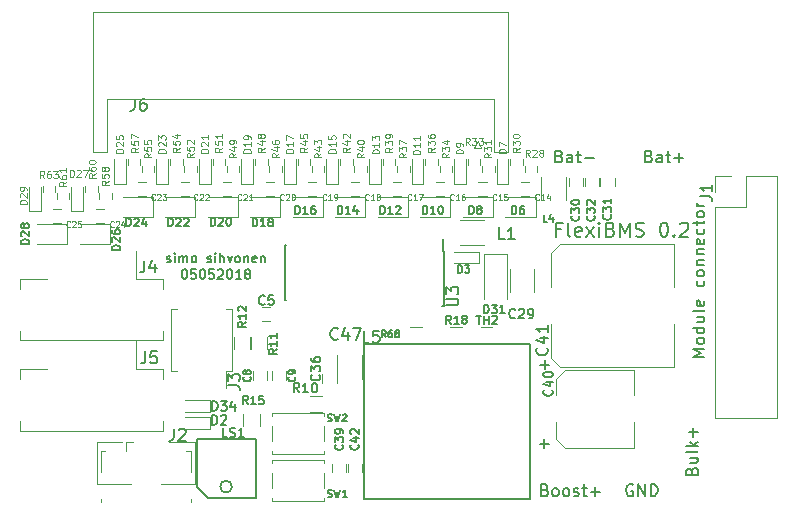
<source format=gto>
%TF.GenerationSoftware,KiCad,Pcbnew,4.0.7*%
%TF.CreationDate,2018-05-06T22:33:30+03:00*%
%TF.ProjectId,FlexiBMS,466C657869424D532E6B696361645F70,rev?*%
%TF.FileFunction,Legend,Top*%
%FSLAX46Y46*%
G04 Gerber Fmt 4.6, Leading zero omitted, Abs format (unit mm)*
G04 Created by KiCad (PCBNEW 4.0.7) date 05/06/18 22:33:30*
%MOMM*%
%LPD*%
G01*
G04 APERTURE LIST*
%ADD10C,0.100000*%
%ADD11C,0.200000*%
%ADD12C,0.120000*%
%ADD13C,0.150000*%
G04 APERTURE END LIST*
D10*
D11*
X192338096Y-83450000D02*
X192242858Y-83402381D01*
X192100001Y-83402381D01*
X191957143Y-83450000D01*
X191861905Y-83545238D01*
X191814286Y-83640476D01*
X191766667Y-83830952D01*
X191766667Y-83973810D01*
X191814286Y-84164286D01*
X191861905Y-84259524D01*
X191957143Y-84354762D01*
X192100001Y-84402381D01*
X192195239Y-84402381D01*
X192338096Y-84354762D01*
X192385715Y-84307143D01*
X192385715Y-83973810D01*
X192195239Y-83973810D01*
X192814286Y-84402381D02*
X192814286Y-83402381D01*
X193385715Y-84402381D01*
X193385715Y-83402381D01*
X193861905Y-84402381D02*
X193861905Y-83402381D01*
X194100000Y-83402381D01*
X194242858Y-83450000D01*
X194338096Y-83545238D01*
X194385715Y-83640476D01*
X194433334Y-83830952D01*
X194433334Y-83973810D01*
X194385715Y-84164286D01*
X194338096Y-84259524D01*
X194242858Y-84354762D01*
X194100000Y-84402381D01*
X193861905Y-84402381D01*
X184907143Y-83878571D02*
X185050000Y-83926190D01*
X185097619Y-83973810D01*
X185145238Y-84069048D01*
X185145238Y-84211905D01*
X185097619Y-84307143D01*
X185050000Y-84354762D01*
X184954762Y-84402381D01*
X184573809Y-84402381D01*
X184573809Y-83402381D01*
X184907143Y-83402381D01*
X185002381Y-83450000D01*
X185050000Y-83497619D01*
X185097619Y-83592857D01*
X185097619Y-83688095D01*
X185050000Y-83783333D01*
X185002381Y-83830952D01*
X184907143Y-83878571D01*
X184573809Y-83878571D01*
X185716666Y-84402381D02*
X185621428Y-84354762D01*
X185573809Y-84307143D01*
X185526190Y-84211905D01*
X185526190Y-83926190D01*
X185573809Y-83830952D01*
X185621428Y-83783333D01*
X185716666Y-83735714D01*
X185859524Y-83735714D01*
X185954762Y-83783333D01*
X186002381Y-83830952D01*
X186050000Y-83926190D01*
X186050000Y-84211905D01*
X186002381Y-84307143D01*
X185954762Y-84354762D01*
X185859524Y-84402381D01*
X185716666Y-84402381D01*
X186621428Y-84402381D02*
X186526190Y-84354762D01*
X186478571Y-84307143D01*
X186430952Y-84211905D01*
X186430952Y-83926190D01*
X186478571Y-83830952D01*
X186526190Y-83783333D01*
X186621428Y-83735714D01*
X186764286Y-83735714D01*
X186859524Y-83783333D01*
X186907143Y-83830952D01*
X186954762Y-83926190D01*
X186954762Y-84211905D01*
X186907143Y-84307143D01*
X186859524Y-84354762D01*
X186764286Y-84402381D01*
X186621428Y-84402381D01*
X187335714Y-84354762D02*
X187430952Y-84402381D01*
X187621428Y-84402381D01*
X187716667Y-84354762D01*
X187764286Y-84259524D01*
X187764286Y-84211905D01*
X187716667Y-84116667D01*
X187621428Y-84069048D01*
X187478571Y-84069048D01*
X187383333Y-84021429D01*
X187335714Y-83926190D01*
X187335714Y-83878571D01*
X187383333Y-83783333D01*
X187478571Y-83735714D01*
X187621428Y-83735714D01*
X187716667Y-83783333D01*
X188050000Y-83735714D02*
X188430952Y-83735714D01*
X188192857Y-83402381D02*
X188192857Y-84259524D01*
X188240476Y-84354762D01*
X188335714Y-84402381D01*
X188430952Y-84402381D01*
X188764286Y-84021429D02*
X189526191Y-84021429D01*
X189145239Y-84402381D02*
X189145239Y-83640476D01*
X197328571Y-82266666D02*
X197376190Y-82123809D01*
X197423810Y-82076190D01*
X197519048Y-82028571D01*
X197661905Y-82028571D01*
X197757143Y-82076190D01*
X197804762Y-82123809D01*
X197852381Y-82219047D01*
X197852381Y-82600000D01*
X196852381Y-82600000D01*
X196852381Y-82266666D01*
X196900000Y-82171428D01*
X196947619Y-82123809D01*
X197042857Y-82076190D01*
X197138095Y-82076190D01*
X197233333Y-82123809D01*
X197280952Y-82171428D01*
X197328571Y-82266666D01*
X197328571Y-82600000D01*
X197185714Y-81171428D02*
X197852381Y-81171428D01*
X197185714Y-81600000D02*
X197709524Y-81600000D01*
X197804762Y-81552381D01*
X197852381Y-81457143D01*
X197852381Y-81314285D01*
X197804762Y-81219047D01*
X197757143Y-81171428D01*
X197852381Y-80552381D02*
X197804762Y-80647619D01*
X197709524Y-80695238D01*
X196852381Y-80695238D01*
X197852381Y-80171428D02*
X196852381Y-80171428D01*
X197471429Y-80076190D02*
X197852381Y-79790475D01*
X197185714Y-79790475D02*
X197566667Y-80171428D01*
X197471429Y-79361904D02*
X197471429Y-78599999D01*
X197852381Y-78980951D02*
X197090476Y-78980951D01*
X186114286Y-55628571D02*
X186257143Y-55676190D01*
X186304762Y-55723810D01*
X186352381Y-55819048D01*
X186352381Y-55961905D01*
X186304762Y-56057143D01*
X186257143Y-56104762D01*
X186161905Y-56152381D01*
X185780952Y-56152381D01*
X185780952Y-55152381D01*
X186114286Y-55152381D01*
X186209524Y-55200000D01*
X186257143Y-55247619D01*
X186304762Y-55342857D01*
X186304762Y-55438095D01*
X186257143Y-55533333D01*
X186209524Y-55580952D01*
X186114286Y-55628571D01*
X185780952Y-55628571D01*
X187209524Y-56152381D02*
X187209524Y-55628571D01*
X187161905Y-55533333D01*
X187066667Y-55485714D01*
X186876190Y-55485714D01*
X186780952Y-55533333D01*
X187209524Y-56104762D02*
X187114286Y-56152381D01*
X186876190Y-56152381D01*
X186780952Y-56104762D01*
X186733333Y-56009524D01*
X186733333Y-55914286D01*
X186780952Y-55819048D01*
X186876190Y-55771429D01*
X187114286Y-55771429D01*
X187209524Y-55723810D01*
X187542857Y-55485714D02*
X187923809Y-55485714D01*
X187685714Y-55152381D02*
X187685714Y-56009524D01*
X187733333Y-56104762D01*
X187828571Y-56152381D01*
X187923809Y-56152381D01*
X188257143Y-55771429D02*
X189019048Y-55771429D01*
X193714286Y-55628571D02*
X193857143Y-55676190D01*
X193904762Y-55723810D01*
X193952381Y-55819048D01*
X193952381Y-55961905D01*
X193904762Y-56057143D01*
X193857143Y-56104762D01*
X193761905Y-56152381D01*
X193380952Y-56152381D01*
X193380952Y-55152381D01*
X193714286Y-55152381D01*
X193809524Y-55200000D01*
X193857143Y-55247619D01*
X193904762Y-55342857D01*
X193904762Y-55438095D01*
X193857143Y-55533333D01*
X193809524Y-55580952D01*
X193714286Y-55628571D01*
X193380952Y-55628571D01*
X194809524Y-56152381D02*
X194809524Y-55628571D01*
X194761905Y-55533333D01*
X194666667Y-55485714D01*
X194476190Y-55485714D01*
X194380952Y-55533333D01*
X194809524Y-56104762D02*
X194714286Y-56152381D01*
X194476190Y-56152381D01*
X194380952Y-56104762D01*
X194333333Y-56009524D01*
X194333333Y-55914286D01*
X194380952Y-55819048D01*
X194476190Y-55771429D01*
X194714286Y-55771429D01*
X194809524Y-55723810D01*
X195142857Y-55485714D02*
X195523809Y-55485714D01*
X195285714Y-55152381D02*
X195285714Y-56009524D01*
X195333333Y-56104762D01*
X195428571Y-56152381D01*
X195523809Y-56152381D01*
X195857143Y-55771429D02*
X196619048Y-55771429D01*
X196238096Y-56152381D02*
X196238096Y-55390476D01*
X198402381Y-72602382D02*
X197402381Y-72602382D01*
X198116667Y-72269048D01*
X197402381Y-71935715D01*
X198402381Y-71935715D01*
X198402381Y-71316668D02*
X198354762Y-71411906D01*
X198307143Y-71459525D01*
X198211905Y-71507144D01*
X197926190Y-71507144D01*
X197830952Y-71459525D01*
X197783333Y-71411906D01*
X197735714Y-71316668D01*
X197735714Y-71173810D01*
X197783333Y-71078572D01*
X197830952Y-71030953D01*
X197926190Y-70983334D01*
X198211905Y-70983334D01*
X198307143Y-71030953D01*
X198354762Y-71078572D01*
X198402381Y-71173810D01*
X198402381Y-71316668D01*
X198402381Y-70126191D02*
X197402381Y-70126191D01*
X198354762Y-70126191D02*
X198402381Y-70221429D01*
X198402381Y-70411906D01*
X198354762Y-70507144D01*
X198307143Y-70554763D01*
X198211905Y-70602382D01*
X197926190Y-70602382D01*
X197830952Y-70554763D01*
X197783333Y-70507144D01*
X197735714Y-70411906D01*
X197735714Y-70221429D01*
X197783333Y-70126191D01*
X197735714Y-69221429D02*
X198402381Y-69221429D01*
X197735714Y-69650001D02*
X198259524Y-69650001D01*
X198354762Y-69602382D01*
X198402381Y-69507144D01*
X198402381Y-69364286D01*
X198354762Y-69269048D01*
X198307143Y-69221429D01*
X198402381Y-68602382D02*
X198354762Y-68697620D01*
X198259524Y-68745239D01*
X197402381Y-68745239D01*
X198354762Y-67840476D02*
X198402381Y-67935714D01*
X198402381Y-68126191D01*
X198354762Y-68221429D01*
X198259524Y-68269048D01*
X197878571Y-68269048D01*
X197783333Y-68221429D01*
X197735714Y-68126191D01*
X197735714Y-67935714D01*
X197783333Y-67840476D01*
X197878571Y-67792857D01*
X197973810Y-67792857D01*
X198069048Y-68269048D01*
X198354762Y-66173809D02*
X198402381Y-66269047D01*
X198402381Y-66459524D01*
X198354762Y-66554762D01*
X198307143Y-66602381D01*
X198211905Y-66650000D01*
X197926190Y-66650000D01*
X197830952Y-66602381D01*
X197783333Y-66554762D01*
X197735714Y-66459524D01*
X197735714Y-66269047D01*
X197783333Y-66173809D01*
X198402381Y-65602381D02*
X198354762Y-65697619D01*
X198307143Y-65745238D01*
X198211905Y-65792857D01*
X197926190Y-65792857D01*
X197830952Y-65745238D01*
X197783333Y-65697619D01*
X197735714Y-65602381D01*
X197735714Y-65459523D01*
X197783333Y-65364285D01*
X197830952Y-65316666D01*
X197926190Y-65269047D01*
X198211905Y-65269047D01*
X198307143Y-65316666D01*
X198354762Y-65364285D01*
X198402381Y-65459523D01*
X198402381Y-65602381D01*
X197735714Y-64840476D02*
X198402381Y-64840476D01*
X197830952Y-64840476D02*
X197783333Y-64792857D01*
X197735714Y-64697619D01*
X197735714Y-64554761D01*
X197783333Y-64459523D01*
X197878571Y-64411904D01*
X198402381Y-64411904D01*
X197735714Y-63935714D02*
X198402381Y-63935714D01*
X197830952Y-63935714D02*
X197783333Y-63888095D01*
X197735714Y-63792857D01*
X197735714Y-63649999D01*
X197783333Y-63554761D01*
X197878571Y-63507142D01*
X198402381Y-63507142D01*
X198354762Y-62649999D02*
X198402381Y-62745237D01*
X198402381Y-62935714D01*
X198354762Y-63030952D01*
X198259524Y-63078571D01*
X197878571Y-63078571D01*
X197783333Y-63030952D01*
X197735714Y-62935714D01*
X197735714Y-62745237D01*
X197783333Y-62649999D01*
X197878571Y-62602380D01*
X197973810Y-62602380D01*
X198069048Y-63078571D01*
X198354762Y-61745237D02*
X198402381Y-61840475D01*
X198402381Y-62030952D01*
X198354762Y-62126190D01*
X198307143Y-62173809D01*
X198211905Y-62221428D01*
X197926190Y-62221428D01*
X197830952Y-62173809D01*
X197783333Y-62126190D01*
X197735714Y-62030952D01*
X197735714Y-61840475D01*
X197783333Y-61745237D01*
X197735714Y-61459523D02*
X197735714Y-61078571D01*
X197402381Y-61316666D02*
X198259524Y-61316666D01*
X198354762Y-61269047D01*
X198402381Y-61173809D01*
X198402381Y-61078571D01*
X198402381Y-60602380D02*
X198354762Y-60697618D01*
X198307143Y-60745237D01*
X198211905Y-60792856D01*
X197926190Y-60792856D01*
X197830952Y-60745237D01*
X197783333Y-60697618D01*
X197735714Y-60602380D01*
X197735714Y-60459522D01*
X197783333Y-60364284D01*
X197830952Y-60316665D01*
X197926190Y-60269046D01*
X198211905Y-60269046D01*
X198307143Y-60316665D01*
X198354762Y-60364284D01*
X198402381Y-60459522D01*
X198402381Y-60602380D01*
X198402381Y-59840475D02*
X197735714Y-59840475D01*
X197926190Y-59840475D02*
X197830952Y-59792856D01*
X197783333Y-59745237D01*
X197735714Y-59649999D01*
X197735714Y-59554760D01*
X152878571Y-64573810D02*
X152954761Y-64611905D01*
X153107142Y-64611905D01*
X153183333Y-64573810D01*
X153221428Y-64497619D01*
X153221428Y-64459524D01*
X153183333Y-64383333D01*
X153107142Y-64345238D01*
X152992857Y-64345238D01*
X152916666Y-64307143D01*
X152878571Y-64230952D01*
X152878571Y-64192857D01*
X152916666Y-64116667D01*
X152992857Y-64078571D01*
X153107142Y-64078571D01*
X153183333Y-64116667D01*
X153564285Y-64611905D02*
X153564285Y-64078571D01*
X153564285Y-63811905D02*
X153526190Y-63850000D01*
X153564285Y-63888095D01*
X153602380Y-63850000D01*
X153564285Y-63811905D01*
X153564285Y-63888095D01*
X153945237Y-64611905D02*
X153945237Y-64078571D01*
X153945237Y-64154762D02*
X153983332Y-64116667D01*
X154059523Y-64078571D01*
X154173809Y-64078571D01*
X154249999Y-64116667D01*
X154288094Y-64192857D01*
X154288094Y-64611905D01*
X154288094Y-64192857D02*
X154326190Y-64116667D01*
X154402380Y-64078571D01*
X154516666Y-64078571D01*
X154592856Y-64116667D01*
X154630951Y-64192857D01*
X154630951Y-64611905D01*
X155126190Y-64611905D02*
X155049999Y-64573810D01*
X155011904Y-64535714D01*
X154973809Y-64459524D01*
X154973809Y-64230952D01*
X155011904Y-64154762D01*
X155049999Y-64116667D01*
X155126190Y-64078571D01*
X155240476Y-64078571D01*
X155316666Y-64116667D01*
X155354761Y-64154762D01*
X155392857Y-64230952D01*
X155392857Y-64459524D01*
X155354761Y-64535714D01*
X155316666Y-64573810D01*
X155240476Y-64611905D01*
X155126190Y-64611905D01*
X156307143Y-64573810D02*
X156383333Y-64611905D01*
X156535714Y-64611905D01*
X156611905Y-64573810D01*
X156650000Y-64497619D01*
X156650000Y-64459524D01*
X156611905Y-64383333D01*
X156535714Y-64345238D01*
X156421429Y-64345238D01*
X156345238Y-64307143D01*
X156307143Y-64230952D01*
X156307143Y-64192857D01*
X156345238Y-64116667D01*
X156421429Y-64078571D01*
X156535714Y-64078571D01*
X156611905Y-64116667D01*
X156992857Y-64611905D02*
X156992857Y-64078571D01*
X156992857Y-63811905D02*
X156954762Y-63850000D01*
X156992857Y-63888095D01*
X157030952Y-63850000D01*
X156992857Y-63811905D01*
X156992857Y-63888095D01*
X157373809Y-64611905D02*
X157373809Y-63811905D01*
X157716666Y-64611905D02*
X157716666Y-64192857D01*
X157678571Y-64116667D01*
X157602381Y-64078571D01*
X157488095Y-64078571D01*
X157411904Y-64116667D01*
X157373809Y-64154762D01*
X158021429Y-64078571D02*
X158211905Y-64611905D01*
X158402381Y-64078571D01*
X158821429Y-64611905D02*
X158745238Y-64573810D01*
X158707143Y-64535714D01*
X158669048Y-64459524D01*
X158669048Y-64230952D01*
X158707143Y-64154762D01*
X158745238Y-64116667D01*
X158821429Y-64078571D01*
X158935715Y-64078571D01*
X159011905Y-64116667D01*
X159050000Y-64154762D01*
X159088096Y-64230952D01*
X159088096Y-64459524D01*
X159050000Y-64535714D01*
X159011905Y-64573810D01*
X158935715Y-64611905D01*
X158821429Y-64611905D01*
X159430953Y-64078571D02*
X159430953Y-64611905D01*
X159430953Y-64154762D02*
X159469048Y-64116667D01*
X159545239Y-64078571D01*
X159659525Y-64078571D01*
X159735715Y-64116667D01*
X159773810Y-64192857D01*
X159773810Y-64611905D01*
X160459525Y-64573810D02*
X160383335Y-64611905D01*
X160230954Y-64611905D01*
X160154763Y-64573810D01*
X160116668Y-64497619D01*
X160116668Y-64192857D01*
X160154763Y-64116667D01*
X160230954Y-64078571D01*
X160383335Y-64078571D01*
X160459525Y-64116667D01*
X160497620Y-64192857D01*
X160497620Y-64269048D01*
X160116668Y-64345238D01*
X160840477Y-64078571D02*
X160840477Y-64611905D01*
X160840477Y-64154762D02*
X160878572Y-64116667D01*
X160954763Y-64078571D01*
X161069049Y-64078571D01*
X161145239Y-64116667D01*
X161183334Y-64192857D01*
X161183334Y-64611905D01*
X154345237Y-65211905D02*
X154421428Y-65211905D01*
X154497618Y-65250000D01*
X154535713Y-65288095D01*
X154573809Y-65364286D01*
X154611904Y-65516667D01*
X154611904Y-65707143D01*
X154573809Y-65859524D01*
X154535713Y-65935714D01*
X154497618Y-65973810D01*
X154421428Y-66011905D01*
X154345237Y-66011905D01*
X154269047Y-65973810D01*
X154230951Y-65935714D01*
X154192856Y-65859524D01*
X154154761Y-65707143D01*
X154154761Y-65516667D01*
X154192856Y-65364286D01*
X154230951Y-65288095D01*
X154269047Y-65250000D01*
X154345237Y-65211905D01*
X155335714Y-65211905D02*
X154954761Y-65211905D01*
X154916666Y-65592857D01*
X154954761Y-65554762D01*
X155030952Y-65516667D01*
X155221428Y-65516667D01*
X155297618Y-65554762D01*
X155335714Y-65592857D01*
X155373809Y-65669048D01*
X155373809Y-65859524D01*
X155335714Y-65935714D01*
X155297618Y-65973810D01*
X155221428Y-66011905D01*
X155030952Y-66011905D01*
X154954761Y-65973810D01*
X154916666Y-65935714D01*
X155869047Y-65211905D02*
X155945238Y-65211905D01*
X156021428Y-65250000D01*
X156059523Y-65288095D01*
X156097619Y-65364286D01*
X156135714Y-65516667D01*
X156135714Y-65707143D01*
X156097619Y-65859524D01*
X156059523Y-65935714D01*
X156021428Y-65973810D01*
X155945238Y-66011905D01*
X155869047Y-66011905D01*
X155792857Y-65973810D01*
X155754761Y-65935714D01*
X155716666Y-65859524D01*
X155678571Y-65707143D01*
X155678571Y-65516667D01*
X155716666Y-65364286D01*
X155754761Y-65288095D01*
X155792857Y-65250000D01*
X155869047Y-65211905D01*
X156859524Y-65211905D02*
X156478571Y-65211905D01*
X156440476Y-65592857D01*
X156478571Y-65554762D01*
X156554762Y-65516667D01*
X156745238Y-65516667D01*
X156821428Y-65554762D01*
X156859524Y-65592857D01*
X156897619Y-65669048D01*
X156897619Y-65859524D01*
X156859524Y-65935714D01*
X156821428Y-65973810D01*
X156745238Y-66011905D01*
X156554762Y-66011905D01*
X156478571Y-65973810D01*
X156440476Y-65935714D01*
X157202381Y-65288095D02*
X157240476Y-65250000D01*
X157316667Y-65211905D01*
X157507143Y-65211905D01*
X157583333Y-65250000D01*
X157621429Y-65288095D01*
X157659524Y-65364286D01*
X157659524Y-65440476D01*
X157621429Y-65554762D01*
X157164286Y-66011905D01*
X157659524Y-66011905D01*
X158154762Y-65211905D02*
X158230953Y-65211905D01*
X158307143Y-65250000D01*
X158345238Y-65288095D01*
X158383334Y-65364286D01*
X158421429Y-65516667D01*
X158421429Y-65707143D01*
X158383334Y-65859524D01*
X158345238Y-65935714D01*
X158307143Y-65973810D01*
X158230953Y-66011905D01*
X158154762Y-66011905D01*
X158078572Y-65973810D01*
X158040476Y-65935714D01*
X158002381Y-65859524D01*
X157964286Y-65707143D01*
X157964286Y-65516667D01*
X158002381Y-65364286D01*
X158040476Y-65288095D01*
X158078572Y-65250000D01*
X158154762Y-65211905D01*
X159183334Y-66011905D02*
X158726191Y-66011905D01*
X158954762Y-66011905D02*
X158954762Y-65211905D01*
X158878572Y-65326190D01*
X158802381Y-65402381D01*
X158726191Y-65440476D01*
X159640477Y-65554762D02*
X159564286Y-65516667D01*
X159526191Y-65478571D01*
X159488096Y-65402381D01*
X159488096Y-65364286D01*
X159526191Y-65288095D01*
X159564286Y-65250000D01*
X159640477Y-65211905D01*
X159792858Y-65211905D01*
X159869048Y-65250000D01*
X159907144Y-65288095D01*
X159945239Y-65364286D01*
X159945239Y-65402381D01*
X159907144Y-65478571D01*
X159869048Y-65516667D01*
X159792858Y-65554762D01*
X159640477Y-65554762D01*
X159564286Y-65592857D01*
X159526191Y-65630952D01*
X159488096Y-65707143D01*
X159488096Y-65859524D01*
X159526191Y-65935714D01*
X159564286Y-65973810D01*
X159640477Y-66011905D01*
X159792858Y-66011905D01*
X159869048Y-65973810D01*
X159907144Y-65935714D01*
X159945239Y-65859524D01*
X159945239Y-65707143D01*
X159907144Y-65630952D01*
X159869048Y-65592857D01*
X159792858Y-65554762D01*
X186228571Y-61814286D02*
X185828571Y-61814286D01*
X185828571Y-62442857D02*
X185828571Y-61242857D01*
X186400000Y-61242857D01*
X187028571Y-62442857D02*
X186914285Y-62385714D01*
X186857142Y-62271429D01*
X186857142Y-61242857D01*
X187942856Y-62385714D02*
X187828570Y-62442857D01*
X187599999Y-62442857D01*
X187485713Y-62385714D01*
X187428570Y-62271429D01*
X187428570Y-61814286D01*
X187485713Y-61700000D01*
X187599999Y-61642857D01*
X187828570Y-61642857D01*
X187942856Y-61700000D01*
X187999999Y-61814286D01*
X187999999Y-61928571D01*
X187428570Y-62042857D01*
X188399999Y-62442857D02*
X189028570Y-61642857D01*
X188399999Y-61642857D02*
X189028570Y-62442857D01*
X189485713Y-62442857D02*
X189485713Y-61642857D01*
X189485713Y-61242857D02*
X189428570Y-61300000D01*
X189485713Y-61357143D01*
X189542856Y-61300000D01*
X189485713Y-61242857D01*
X189485713Y-61357143D01*
X190457142Y-61814286D02*
X190628571Y-61871429D01*
X190685714Y-61928571D01*
X190742857Y-62042857D01*
X190742857Y-62214286D01*
X190685714Y-62328571D01*
X190628571Y-62385714D01*
X190514285Y-62442857D01*
X190057142Y-62442857D01*
X190057142Y-61242857D01*
X190457142Y-61242857D01*
X190571428Y-61300000D01*
X190628571Y-61357143D01*
X190685714Y-61471429D01*
X190685714Y-61585714D01*
X190628571Y-61700000D01*
X190571428Y-61757143D01*
X190457142Y-61814286D01*
X190057142Y-61814286D01*
X191257142Y-62442857D02*
X191257142Y-61242857D01*
X191657142Y-62100000D01*
X192057142Y-61242857D01*
X192057142Y-62442857D01*
X192571428Y-62385714D02*
X192742857Y-62442857D01*
X193028571Y-62442857D01*
X193142857Y-62385714D01*
X193200000Y-62328571D01*
X193257143Y-62214286D01*
X193257143Y-62100000D01*
X193200000Y-61985714D01*
X193142857Y-61928571D01*
X193028571Y-61871429D01*
X192800000Y-61814286D01*
X192685714Y-61757143D01*
X192628571Y-61700000D01*
X192571428Y-61585714D01*
X192571428Y-61471429D01*
X192628571Y-61357143D01*
X192685714Y-61300000D01*
X192800000Y-61242857D01*
X193085714Y-61242857D01*
X193257143Y-61300000D01*
X194914286Y-61242857D02*
X195028571Y-61242857D01*
X195142857Y-61300000D01*
X195200000Y-61357143D01*
X195257143Y-61471429D01*
X195314286Y-61700000D01*
X195314286Y-61985714D01*
X195257143Y-62214286D01*
X195200000Y-62328571D01*
X195142857Y-62385714D01*
X195028571Y-62442857D01*
X194914286Y-62442857D01*
X194800000Y-62385714D01*
X194742857Y-62328571D01*
X194685714Y-62214286D01*
X194628571Y-61985714D01*
X194628571Y-61700000D01*
X194685714Y-61471429D01*
X194742857Y-61357143D01*
X194800000Y-61300000D01*
X194914286Y-61242857D01*
X195828571Y-62328571D02*
X195885714Y-62385714D01*
X195828571Y-62442857D01*
X195771428Y-62385714D01*
X195828571Y-62328571D01*
X195828571Y-62442857D01*
X196342857Y-61357143D02*
X196400000Y-61300000D01*
X196514286Y-61242857D01*
X196800000Y-61242857D01*
X196914286Y-61300000D01*
X196971429Y-61357143D01*
X197028572Y-61471429D01*
X197028572Y-61585714D01*
X196971429Y-61757143D01*
X196285715Y-62442857D01*
X197028572Y-62442857D01*
D12*
X164200000Y-43450000D02*
X181800000Y-43450000D01*
X181800000Y-43450000D02*
X181800000Y-55250000D01*
X181800000Y-55250000D02*
X180600000Y-55250000D01*
X180600000Y-55250000D02*
X180600000Y-50750000D01*
X180600000Y-50750000D02*
X164200000Y-50750000D01*
X164200000Y-43450000D02*
X146600000Y-43450000D01*
X146600000Y-43450000D02*
X146600000Y-55250000D01*
X146600000Y-55250000D02*
X147800000Y-55250000D01*
X147800000Y-55250000D02*
X147800000Y-50750000D01*
X147800000Y-50750000D02*
X164200000Y-50750000D01*
X179200000Y-54300000D02*
X179500000Y-54900000D01*
X179500000Y-54900000D02*
X178900000Y-54900000D01*
X178900000Y-54900000D02*
X179200000Y-54300000D01*
X160900000Y-68350000D02*
X161600000Y-68350000D01*
X161600000Y-69550000D02*
X160900000Y-69550000D01*
X161350000Y-73850000D02*
X161350000Y-74550000D01*
X160150000Y-74550000D02*
X160150000Y-73850000D01*
X162950000Y-73850000D02*
X162950000Y-74550000D01*
X161750000Y-74550000D02*
X161750000Y-73850000D01*
X182850000Y-57800000D02*
X183550000Y-57800000D01*
X183550000Y-59000000D02*
X182850000Y-59000000D01*
X179250000Y-57800000D02*
X179950000Y-57800000D01*
X179950000Y-59000000D02*
X179250000Y-59000000D01*
X175650000Y-57800000D02*
X176350000Y-57800000D01*
X176350000Y-59000000D02*
X175650000Y-59000000D01*
X172050000Y-57800000D02*
X172750000Y-57800000D01*
X172750000Y-59000000D02*
X172050000Y-59000000D01*
X168450000Y-57800000D02*
X169150000Y-57800000D01*
X169150000Y-59000000D02*
X168450000Y-59000000D01*
X164850000Y-57800000D02*
X165550000Y-57800000D01*
X165550000Y-59000000D02*
X164850000Y-59000000D01*
X161250000Y-57800000D02*
X161950000Y-57800000D01*
X161950000Y-59000000D02*
X161250000Y-59000000D01*
X157650000Y-57800000D02*
X158350000Y-57800000D01*
X158350000Y-59000000D02*
X157650000Y-59000000D01*
X154050000Y-57800000D02*
X154750000Y-57800000D01*
X154750000Y-59000000D02*
X154050000Y-59000000D01*
X150450000Y-57800000D02*
X151150000Y-57800000D01*
X151150000Y-59000000D02*
X150450000Y-59000000D01*
X146850000Y-60100000D02*
X147550000Y-60100000D01*
X147550000Y-61300000D02*
X146850000Y-61300000D01*
X143250000Y-60100000D02*
X143950000Y-60100000D01*
X143950000Y-61300000D02*
X143250000Y-61300000D01*
X183970000Y-67150000D02*
X183970000Y-65150000D01*
X181930000Y-65150000D02*
X181930000Y-67150000D01*
X188100000Y-57450000D02*
X188100000Y-58150000D01*
X186900000Y-58150000D02*
X186900000Y-57450000D01*
X189600000Y-58150000D02*
X189600000Y-57450000D01*
X190800000Y-57450000D02*
X190800000Y-58150000D01*
X188250000Y-58150000D02*
X188250000Y-57450000D01*
X189450000Y-57450000D02*
X189450000Y-58150000D01*
X169370000Y-74450000D02*
X169370000Y-72450000D01*
X167330000Y-72450000D02*
X167330000Y-74450000D01*
X166850000Y-82400000D02*
X166850000Y-81700000D01*
X168050000Y-81700000D02*
X168050000Y-82400000D01*
X185440000Y-63800000D02*
X185440000Y-66690000D01*
X185440000Y-72700000D02*
X185440000Y-69810000D01*
X195860000Y-73460000D02*
X195860000Y-69810000D01*
X195860000Y-63040000D02*
X195860000Y-66690000D01*
X195860000Y-73460000D02*
X186200000Y-73460000D01*
X186200000Y-73460000D02*
X185440000Y-72700000D01*
X185440000Y-63800000D02*
X186200000Y-63040000D01*
X186200000Y-63040000D02*
X195860000Y-63040000D01*
X169400000Y-81700000D02*
X169400000Y-82400000D01*
X168200000Y-82400000D02*
X168200000Y-81700000D01*
X156500000Y-78700000D02*
X156500000Y-77700000D01*
X156500000Y-77700000D02*
X154400000Y-77700000D01*
X156500000Y-78700000D02*
X154400000Y-78700000D01*
X179300000Y-64700000D02*
X179300000Y-63700000D01*
X179300000Y-63700000D02*
X177200000Y-63700000D01*
X179300000Y-64700000D02*
X177200000Y-64700000D01*
X184100000Y-60750000D02*
X184100000Y-59050000D01*
X184100000Y-59050000D02*
X181550000Y-59050000D01*
X184100000Y-60750000D02*
X181550000Y-60750000D01*
X180800000Y-58000000D02*
X181800000Y-58000000D01*
X181800000Y-58000000D02*
X181800000Y-55900000D01*
X180800000Y-58000000D02*
X180800000Y-55900000D01*
X180500000Y-60750000D02*
X180500000Y-59050000D01*
X180500000Y-59050000D02*
X177950000Y-59050000D01*
X180500000Y-60750000D02*
X177950000Y-60750000D01*
X177200000Y-58000000D02*
X178200000Y-58000000D01*
X178200000Y-58000000D02*
X178200000Y-55900000D01*
X177200000Y-58000000D02*
X177200000Y-55900000D01*
X176900000Y-60750000D02*
X176900000Y-59050000D01*
X176900000Y-59050000D02*
X174350000Y-59050000D01*
X176900000Y-60750000D02*
X174350000Y-60750000D01*
X173600000Y-58000000D02*
X174600000Y-58000000D01*
X174600000Y-58000000D02*
X174600000Y-55900000D01*
X173600000Y-58000000D02*
X173600000Y-55900000D01*
X173300000Y-60750000D02*
X173300000Y-59050000D01*
X173300000Y-59050000D02*
X170750000Y-59050000D01*
X173300000Y-60750000D02*
X170750000Y-60750000D01*
X170000000Y-58000000D02*
X171000000Y-58000000D01*
X171000000Y-58000000D02*
X171000000Y-55900000D01*
X170000000Y-58000000D02*
X170000000Y-55900000D01*
X169700000Y-60750000D02*
X169700000Y-59050000D01*
X169700000Y-59050000D02*
X167150000Y-59050000D01*
X169700000Y-60750000D02*
X167150000Y-60750000D01*
X166400000Y-58000000D02*
X167400000Y-58000000D01*
X167400000Y-58000000D02*
X167400000Y-55900000D01*
X166400000Y-58000000D02*
X166400000Y-55900000D01*
X166100000Y-60750000D02*
X166100000Y-59050000D01*
X166100000Y-59050000D02*
X163550000Y-59050000D01*
X166100000Y-60750000D02*
X163550000Y-60750000D01*
X162800000Y-58000000D02*
X163800000Y-58000000D01*
X163800000Y-58000000D02*
X163800000Y-55900000D01*
X162800000Y-58000000D02*
X162800000Y-55900000D01*
X162500000Y-60750000D02*
X162500000Y-59050000D01*
X162500000Y-59050000D02*
X159950000Y-59050000D01*
X162500000Y-60750000D02*
X159950000Y-60750000D01*
X159200000Y-58000000D02*
X160200000Y-58000000D01*
X160200000Y-58000000D02*
X160200000Y-55900000D01*
X159200000Y-58000000D02*
X159200000Y-55900000D01*
X158900000Y-60750000D02*
X158900000Y-59050000D01*
X158900000Y-59050000D02*
X156350000Y-59050000D01*
X158900000Y-60750000D02*
X156350000Y-60750000D01*
X155600000Y-58000000D02*
X156600000Y-58000000D01*
X156600000Y-58000000D02*
X156600000Y-55900000D01*
X155600000Y-58000000D02*
X155600000Y-55900000D01*
X155300000Y-60750000D02*
X155300000Y-59050000D01*
X155300000Y-59050000D02*
X152750000Y-59050000D01*
X155300000Y-60750000D02*
X152750000Y-60750000D01*
X152000000Y-58000000D02*
X153000000Y-58000000D01*
X153000000Y-58000000D02*
X153000000Y-55900000D01*
X152000000Y-58000000D02*
X152000000Y-55900000D01*
X151700000Y-60750000D02*
X151700000Y-59050000D01*
X151700000Y-59050000D02*
X149150000Y-59050000D01*
X151700000Y-60750000D02*
X149150000Y-60750000D01*
X148400000Y-58000000D02*
X149400000Y-58000000D01*
X149400000Y-58000000D02*
X149400000Y-55900000D01*
X148400000Y-58000000D02*
X148400000Y-55900000D01*
X148100000Y-63050000D02*
X148100000Y-61350000D01*
X148100000Y-61350000D02*
X145550000Y-61350000D01*
X148100000Y-63050000D02*
X145550000Y-63050000D01*
X144800000Y-60300000D02*
X145800000Y-60300000D01*
X145800000Y-60300000D02*
X145800000Y-58200000D01*
X144800000Y-60300000D02*
X144800000Y-58200000D01*
X144450000Y-63050000D02*
X144450000Y-61350000D01*
X144450000Y-61350000D02*
X141900000Y-61350000D01*
X144450000Y-63050000D02*
X141900000Y-63050000D01*
X141200000Y-60300000D02*
X142200000Y-60300000D01*
X142200000Y-60300000D02*
X142200000Y-58200000D01*
X141200000Y-60300000D02*
X141200000Y-58200000D01*
X181700000Y-63900000D02*
X179700000Y-63900000D01*
X179700000Y-63900000D02*
X179700000Y-67750000D01*
X181700000Y-63900000D02*
X181700000Y-67750000D01*
X154910000Y-80590000D02*
X154530000Y-80590000D01*
X154910000Y-84640000D02*
X154910000Y-84900000D01*
X154910000Y-80590000D02*
X154910000Y-82360000D01*
X147290000Y-80590000D02*
X147670000Y-80590000D01*
X147290000Y-82360000D02*
X147290000Y-80590000D01*
X147290000Y-84900000D02*
X147290000Y-84640000D01*
X177700000Y-61030000D02*
X179700000Y-61030000D01*
X179700000Y-63170000D02*
X177700000Y-63170000D01*
X186670000Y-57350000D02*
X186670000Y-59350000D01*
X184530000Y-59350000D02*
X184530000Y-57350000D01*
D13*
X158400000Y-83600000D02*
G75*
G03X158400000Y-83600000I-500000J0D01*
G01*
X155400000Y-83600000D02*
X156400000Y-84600000D01*
X160400000Y-84600000D02*
X156400000Y-84600000D01*
X160400000Y-79600000D02*
X155400000Y-79600000D01*
X160400000Y-84600000D02*
X160400000Y-79600000D01*
X155400000Y-83600000D02*
X155400000Y-79600000D01*
D12*
X165000000Y-75920000D02*
X166000000Y-75920000D01*
X166000000Y-77280000D02*
X165000000Y-77280000D01*
X161330000Y-70950000D02*
X161330000Y-71950000D01*
X159970000Y-71950000D02*
X159970000Y-70950000D01*
X159930000Y-70950000D02*
X159930000Y-71950000D01*
X158570000Y-71950000D02*
X158570000Y-70950000D01*
X160730000Y-77450000D02*
X160730000Y-78450000D01*
X159370000Y-78450000D02*
X159370000Y-77450000D01*
X176900000Y-70070000D02*
X177900000Y-70070000D01*
X177900000Y-71430000D02*
X176900000Y-71430000D01*
X173500000Y-70070000D02*
X174500000Y-70070000D01*
X174500000Y-71430000D02*
X173500000Y-71430000D01*
X179450000Y-70070000D02*
X180450000Y-70070000D01*
X180450000Y-71430000D02*
X179450000Y-71430000D01*
X161800000Y-84575000D02*
X161800000Y-84775000D01*
X161800000Y-82425000D02*
X161800000Y-83725000D01*
X161800000Y-81375000D02*
X161800000Y-81575000D01*
X166200000Y-81375000D02*
X161800000Y-81375000D01*
X166200000Y-81575000D02*
X166200000Y-81375000D01*
X166200000Y-83725000D02*
X166200000Y-82425000D01*
X166200000Y-84775000D02*
X166200000Y-84575000D01*
X161800000Y-84775000D02*
X166200000Y-84775000D01*
X166200000Y-77600000D02*
X166200000Y-77400000D01*
X166200000Y-79750000D02*
X166200000Y-78450000D01*
X166200000Y-80800000D02*
X166200000Y-80600000D01*
X161800000Y-80800000D02*
X166200000Y-80800000D01*
X161800000Y-80600000D02*
X161800000Y-80800000D01*
X161800000Y-78450000D02*
X161800000Y-79750000D01*
X161800000Y-77400000D02*
X161800000Y-77600000D01*
X166200000Y-77400000D02*
X161800000Y-77400000D01*
D13*
X183650000Y-71550000D02*
X183650000Y-84650000D01*
X169550000Y-71550000D02*
X183650000Y-71550000D01*
X169550000Y-84650000D02*
X169550000Y-71550000D01*
X183650000Y-84650000D02*
X169550000Y-84650000D01*
D12*
X156500000Y-77300000D02*
X156500000Y-76300000D01*
X156500000Y-76300000D02*
X154400000Y-76300000D01*
X156500000Y-77300000D02*
X154400000Y-77300000D01*
X199330000Y-77750000D02*
X204530000Y-77750000D01*
X199330000Y-59910000D02*
X199330000Y-77750000D01*
X204530000Y-57310000D02*
X204530000Y-77750000D01*
X199330000Y-59910000D02*
X201930000Y-59910000D01*
X201930000Y-59910000D02*
X201930000Y-57310000D01*
X201930000Y-57310000D02*
X204530000Y-57310000D01*
X199330000Y-58640000D02*
X199330000Y-57310000D01*
X199330000Y-57310000D02*
X200660000Y-57310000D01*
D13*
X176325000Y-63675000D02*
X176300000Y-63675000D01*
X176325000Y-68325000D02*
X176217500Y-68325000D01*
X162875000Y-67825000D02*
X162982500Y-67825000D01*
X162875000Y-63175000D02*
X162982500Y-63175000D01*
X176325000Y-63675000D02*
X176325000Y-68325000D01*
X162875000Y-63175000D02*
X162875000Y-67825000D01*
X176300000Y-63675000D02*
X176300000Y-62600000D01*
D12*
X152575000Y-70400000D02*
X152575000Y-71225000D01*
X152575000Y-71225000D02*
X140425000Y-71225000D01*
X140425000Y-71225000D02*
X140425000Y-70400000D01*
X152575000Y-66850000D02*
X152575000Y-66025000D01*
X152575000Y-66025000D02*
X150275000Y-66025000D01*
X140425000Y-66850000D02*
X140425000Y-66025000D01*
X140425000Y-66025000D02*
X142725000Y-66025000D01*
X150275000Y-66025000D02*
X150275000Y-63625000D01*
X152575000Y-78025000D02*
X152575000Y-78850000D01*
X152575000Y-78850000D02*
X140425000Y-78850000D01*
X140425000Y-78850000D02*
X140425000Y-78025000D01*
X152575000Y-74475000D02*
X152575000Y-73650000D01*
X152575000Y-73650000D02*
X150275000Y-73650000D01*
X140425000Y-74475000D02*
X140425000Y-73650000D01*
X140425000Y-73650000D02*
X142725000Y-73650000D01*
X150275000Y-73650000D02*
X150275000Y-71250000D01*
X184230000Y-56950000D02*
X184230000Y-56450000D01*
X183170000Y-56450000D02*
X183170000Y-56950000D01*
X183030000Y-56350000D02*
X183030000Y-55850000D01*
X181970000Y-55850000D02*
X181970000Y-56350000D01*
X180630000Y-56950000D02*
X180630000Y-56450000D01*
X179570000Y-56450000D02*
X179570000Y-56950000D01*
X179430000Y-56350000D02*
X179430000Y-55850000D01*
X178370000Y-55850000D02*
X178370000Y-56350000D01*
X177030000Y-56950000D02*
X177030000Y-56450000D01*
X175970000Y-56450000D02*
X175970000Y-56950000D01*
X175830000Y-56350000D02*
X175830000Y-55850000D01*
X174770000Y-55850000D02*
X174770000Y-56350000D01*
X173430000Y-56950000D02*
X173430000Y-56450000D01*
X172370000Y-56450000D02*
X172370000Y-56950000D01*
X172230000Y-56350000D02*
X172230000Y-55850000D01*
X171170000Y-55850000D02*
X171170000Y-56350000D01*
X169830000Y-56950000D02*
X169830000Y-56450000D01*
X168770000Y-56450000D02*
X168770000Y-56950000D01*
X168630000Y-56350000D02*
X168630000Y-55850000D01*
X167570000Y-55850000D02*
X167570000Y-56350000D01*
X166230000Y-56950000D02*
X166230000Y-56450000D01*
X165170000Y-56450000D02*
X165170000Y-56950000D01*
X165030000Y-56350000D02*
X165030000Y-55850000D01*
X163970000Y-55850000D02*
X163970000Y-56350000D01*
X162630000Y-56950000D02*
X162630000Y-56450000D01*
X161570000Y-56450000D02*
X161570000Y-56950000D01*
X161430000Y-56350000D02*
X161430000Y-55850000D01*
X160370000Y-55850000D02*
X160370000Y-56350000D01*
X159030000Y-56950000D02*
X159030000Y-56450000D01*
X157970000Y-56450000D02*
X157970000Y-56950000D01*
X157830000Y-56350000D02*
X157830000Y-55850000D01*
X156770000Y-55850000D02*
X156770000Y-56350000D01*
X155430000Y-56950000D02*
X155430000Y-56450000D01*
X154370000Y-56450000D02*
X154370000Y-56950000D01*
X154230000Y-56350000D02*
X154230000Y-55850000D01*
X153170000Y-55850000D02*
X153170000Y-56350000D01*
X151830000Y-56950000D02*
X151830000Y-56450000D01*
X150770000Y-56450000D02*
X150770000Y-56950000D01*
X150630000Y-56350000D02*
X150630000Y-55850000D01*
X149570000Y-55850000D02*
X149570000Y-56350000D01*
X148230000Y-59250000D02*
X148230000Y-58750000D01*
X147170000Y-58750000D02*
X147170000Y-59250000D01*
X147030000Y-58650000D02*
X147030000Y-58150000D01*
X145970000Y-58150000D02*
X145970000Y-58650000D01*
X144630000Y-59250000D02*
X144630000Y-58750000D01*
X143570000Y-58750000D02*
X143570000Y-59250000D01*
X143430000Y-58650000D02*
X143430000Y-58150000D01*
X142370000Y-58150000D02*
X142370000Y-58650000D01*
X149400000Y-80600000D02*
X149400000Y-79850000D01*
X149400000Y-79850000D02*
X150000000Y-79850000D01*
X149100000Y-79850000D02*
X146950000Y-79850000D01*
X155250000Y-79850000D02*
X155250000Y-83400000D01*
X146950000Y-83400000D02*
X149850000Y-83400000D01*
X146950000Y-79850000D02*
X146950000Y-83400000D01*
X155250000Y-83400000D02*
X152350000Y-83400000D01*
X153100000Y-79850000D02*
X155250000Y-79850000D01*
X185800000Y-79540000D02*
X185800000Y-78120000D01*
X192400000Y-80300000D02*
X192400000Y-78120000D01*
X192400000Y-73700000D02*
X192400000Y-75880000D01*
X185800000Y-74460000D02*
X185800000Y-75880000D01*
X192400000Y-80300000D02*
X186560000Y-80300000D01*
X186560000Y-80300000D02*
X185800000Y-79540000D01*
X185800000Y-74460000D02*
X186560000Y-73700000D01*
X186560000Y-73700000D02*
X192400000Y-73700000D01*
X157870000Y-68600000D02*
X158400000Y-68600000D01*
X158400000Y-68600000D02*
X158400000Y-73800000D01*
X158400000Y-73800000D02*
X157870000Y-73800000D01*
X153730000Y-68600000D02*
X153200000Y-68600000D01*
X153200000Y-68600000D02*
X153200000Y-73800000D01*
X153200000Y-73800000D02*
X153730000Y-73800000D01*
X157870000Y-75220000D02*
X157870000Y-73800000D01*
X166050000Y-74800000D02*
X166050000Y-74100000D01*
X167250000Y-74100000D02*
X167250000Y-74800000D01*
D13*
X150166667Y-50752381D02*
X150166667Y-51466667D01*
X150119047Y-51609524D01*
X150023809Y-51704762D01*
X149880952Y-51752381D01*
X149785714Y-51752381D01*
X151071429Y-50752381D02*
X150880952Y-50752381D01*
X150785714Y-50800000D01*
X150738095Y-50847619D01*
X150642857Y-50990476D01*
X150595238Y-51180952D01*
X150595238Y-51561905D01*
X150642857Y-51657143D01*
X150690476Y-51704762D01*
X150785714Y-51752381D01*
X150976191Y-51752381D01*
X151071429Y-51704762D01*
X151119048Y-51657143D01*
X151166667Y-51561905D01*
X151166667Y-51323810D01*
X151119048Y-51228571D01*
X151071429Y-51180952D01*
X150976191Y-51133333D01*
X150785714Y-51133333D01*
X150690476Y-51180952D01*
X150642857Y-51228571D01*
X150595238Y-51323810D01*
X161166667Y-68135714D02*
X161128572Y-68173810D01*
X161014286Y-68211905D01*
X160938096Y-68211905D01*
X160823810Y-68173810D01*
X160747619Y-68097619D01*
X160709524Y-68021429D01*
X160671429Y-67869048D01*
X160671429Y-67754762D01*
X160709524Y-67602381D01*
X160747619Y-67526190D01*
X160823810Y-67450000D01*
X160938096Y-67411905D01*
X161014286Y-67411905D01*
X161128572Y-67450000D01*
X161166667Y-67488095D01*
X161890477Y-67411905D02*
X161509524Y-67411905D01*
X161471429Y-67792857D01*
X161509524Y-67754762D01*
X161585715Y-67716667D01*
X161776191Y-67716667D01*
X161852381Y-67754762D01*
X161890477Y-67792857D01*
X161928572Y-67869048D01*
X161928572Y-68059524D01*
X161890477Y-68135714D01*
X161852381Y-68173810D01*
X161776191Y-68211905D01*
X161585715Y-68211905D01*
X161509524Y-68173810D01*
X161471429Y-68135714D01*
X159914286Y-74300000D02*
X159942857Y-74328571D01*
X159971429Y-74414285D01*
X159971429Y-74471428D01*
X159942857Y-74557143D01*
X159885714Y-74614285D01*
X159828571Y-74642857D01*
X159714286Y-74671428D01*
X159628571Y-74671428D01*
X159514286Y-74642857D01*
X159457143Y-74614285D01*
X159400000Y-74557143D01*
X159371429Y-74471428D01*
X159371429Y-74414285D01*
X159400000Y-74328571D01*
X159428571Y-74300000D01*
X159628571Y-73957143D02*
X159600000Y-74014285D01*
X159571429Y-74042857D01*
X159514286Y-74071428D01*
X159485714Y-74071428D01*
X159428571Y-74042857D01*
X159400000Y-74014285D01*
X159371429Y-73957143D01*
X159371429Y-73842857D01*
X159400000Y-73785714D01*
X159428571Y-73757143D01*
X159485714Y-73728571D01*
X159514286Y-73728571D01*
X159571429Y-73757143D01*
X159600000Y-73785714D01*
X159628571Y-73842857D01*
X159628571Y-73957143D01*
X159657143Y-74014285D01*
X159685714Y-74042857D01*
X159742857Y-74071428D01*
X159857143Y-74071428D01*
X159914286Y-74042857D01*
X159942857Y-74014285D01*
X159971429Y-73957143D01*
X159971429Y-73842857D01*
X159942857Y-73785714D01*
X159914286Y-73757143D01*
X159857143Y-73728571D01*
X159742857Y-73728571D01*
X159685714Y-73757143D01*
X159657143Y-73785714D01*
X159628571Y-73842857D01*
X163714286Y-74300000D02*
X163742857Y-74328571D01*
X163771429Y-74414285D01*
X163771429Y-74471428D01*
X163742857Y-74557143D01*
X163685714Y-74614285D01*
X163628571Y-74642857D01*
X163514286Y-74671428D01*
X163428571Y-74671428D01*
X163314286Y-74642857D01*
X163257143Y-74614285D01*
X163200000Y-74557143D01*
X163171429Y-74471428D01*
X163171429Y-74414285D01*
X163200000Y-74328571D01*
X163228571Y-74300000D01*
X163771429Y-74014285D02*
X163771429Y-73900000D01*
X163742857Y-73842857D01*
X163714286Y-73814285D01*
X163628571Y-73757143D01*
X163514286Y-73728571D01*
X163285714Y-73728571D01*
X163228571Y-73757143D01*
X163200000Y-73785714D01*
X163171429Y-73842857D01*
X163171429Y-73957143D01*
X163200000Y-74014285D01*
X163228571Y-74042857D01*
X163285714Y-74071428D01*
X163428571Y-74071428D01*
X163485714Y-74042857D01*
X163514286Y-74014285D01*
X163542857Y-73957143D01*
X163542857Y-73842857D01*
X163514286Y-73785714D01*
X163485714Y-73757143D01*
X163428571Y-73728571D01*
D10*
X184378572Y-59278571D02*
X184354762Y-59302381D01*
X184283334Y-59326190D01*
X184235715Y-59326190D01*
X184164286Y-59302381D01*
X184116667Y-59254762D01*
X184092858Y-59207143D01*
X184069048Y-59111905D01*
X184069048Y-59040476D01*
X184092858Y-58945238D01*
X184116667Y-58897619D01*
X184164286Y-58850000D01*
X184235715Y-58826190D01*
X184283334Y-58826190D01*
X184354762Y-58850000D01*
X184378572Y-58873810D01*
X184854762Y-59326190D02*
X184569048Y-59326190D01*
X184711905Y-59326190D02*
X184711905Y-58826190D01*
X184664286Y-58897619D01*
X184616667Y-58945238D01*
X184569048Y-58969048D01*
X185283333Y-58992857D02*
X185283333Y-59326190D01*
X185164286Y-58802381D02*
X185045238Y-59159524D01*
X185354762Y-59159524D01*
X180778572Y-59278571D02*
X180754762Y-59302381D01*
X180683334Y-59326190D01*
X180635715Y-59326190D01*
X180564286Y-59302381D01*
X180516667Y-59254762D01*
X180492858Y-59207143D01*
X180469048Y-59111905D01*
X180469048Y-59040476D01*
X180492858Y-58945238D01*
X180516667Y-58897619D01*
X180564286Y-58850000D01*
X180635715Y-58826190D01*
X180683334Y-58826190D01*
X180754762Y-58850000D01*
X180778572Y-58873810D01*
X181254762Y-59326190D02*
X180969048Y-59326190D01*
X181111905Y-59326190D02*
X181111905Y-58826190D01*
X181064286Y-58897619D01*
X181016667Y-58945238D01*
X180969048Y-58969048D01*
X181707143Y-58826190D02*
X181469048Y-58826190D01*
X181445238Y-59064286D01*
X181469048Y-59040476D01*
X181516667Y-59016667D01*
X181635714Y-59016667D01*
X181683333Y-59040476D01*
X181707143Y-59064286D01*
X181730952Y-59111905D01*
X181730952Y-59230952D01*
X181707143Y-59278571D01*
X181683333Y-59302381D01*
X181635714Y-59326190D01*
X181516667Y-59326190D01*
X181469048Y-59302381D01*
X181445238Y-59278571D01*
X177178572Y-59278571D02*
X177154762Y-59302381D01*
X177083334Y-59326190D01*
X177035715Y-59326190D01*
X176964286Y-59302381D01*
X176916667Y-59254762D01*
X176892858Y-59207143D01*
X176869048Y-59111905D01*
X176869048Y-59040476D01*
X176892858Y-58945238D01*
X176916667Y-58897619D01*
X176964286Y-58850000D01*
X177035715Y-58826190D01*
X177083334Y-58826190D01*
X177154762Y-58850000D01*
X177178572Y-58873810D01*
X177654762Y-59326190D02*
X177369048Y-59326190D01*
X177511905Y-59326190D02*
X177511905Y-58826190D01*
X177464286Y-58897619D01*
X177416667Y-58945238D01*
X177369048Y-58969048D01*
X178083333Y-58826190D02*
X177988095Y-58826190D01*
X177940476Y-58850000D01*
X177916667Y-58873810D01*
X177869048Y-58945238D01*
X177845238Y-59040476D01*
X177845238Y-59230952D01*
X177869048Y-59278571D01*
X177892857Y-59302381D01*
X177940476Y-59326190D01*
X178035714Y-59326190D01*
X178083333Y-59302381D01*
X178107143Y-59278571D01*
X178130952Y-59230952D01*
X178130952Y-59111905D01*
X178107143Y-59064286D01*
X178083333Y-59040476D01*
X178035714Y-59016667D01*
X177940476Y-59016667D01*
X177892857Y-59040476D01*
X177869048Y-59064286D01*
X177845238Y-59111905D01*
X173578572Y-59278571D02*
X173554762Y-59302381D01*
X173483334Y-59326190D01*
X173435715Y-59326190D01*
X173364286Y-59302381D01*
X173316667Y-59254762D01*
X173292858Y-59207143D01*
X173269048Y-59111905D01*
X173269048Y-59040476D01*
X173292858Y-58945238D01*
X173316667Y-58897619D01*
X173364286Y-58850000D01*
X173435715Y-58826190D01*
X173483334Y-58826190D01*
X173554762Y-58850000D01*
X173578572Y-58873810D01*
X174054762Y-59326190D02*
X173769048Y-59326190D01*
X173911905Y-59326190D02*
X173911905Y-58826190D01*
X173864286Y-58897619D01*
X173816667Y-58945238D01*
X173769048Y-58969048D01*
X174221429Y-58826190D02*
X174554762Y-58826190D01*
X174340476Y-59326190D01*
X169978572Y-59278571D02*
X169954762Y-59302381D01*
X169883334Y-59326190D01*
X169835715Y-59326190D01*
X169764286Y-59302381D01*
X169716667Y-59254762D01*
X169692858Y-59207143D01*
X169669048Y-59111905D01*
X169669048Y-59040476D01*
X169692858Y-58945238D01*
X169716667Y-58897619D01*
X169764286Y-58850000D01*
X169835715Y-58826190D01*
X169883334Y-58826190D01*
X169954762Y-58850000D01*
X169978572Y-58873810D01*
X170454762Y-59326190D02*
X170169048Y-59326190D01*
X170311905Y-59326190D02*
X170311905Y-58826190D01*
X170264286Y-58897619D01*
X170216667Y-58945238D01*
X170169048Y-58969048D01*
X170740476Y-59040476D02*
X170692857Y-59016667D01*
X170669048Y-58992857D01*
X170645238Y-58945238D01*
X170645238Y-58921429D01*
X170669048Y-58873810D01*
X170692857Y-58850000D01*
X170740476Y-58826190D01*
X170835714Y-58826190D01*
X170883333Y-58850000D01*
X170907143Y-58873810D01*
X170930952Y-58921429D01*
X170930952Y-58945238D01*
X170907143Y-58992857D01*
X170883333Y-59016667D01*
X170835714Y-59040476D01*
X170740476Y-59040476D01*
X170692857Y-59064286D01*
X170669048Y-59088095D01*
X170645238Y-59135714D01*
X170645238Y-59230952D01*
X170669048Y-59278571D01*
X170692857Y-59302381D01*
X170740476Y-59326190D01*
X170835714Y-59326190D01*
X170883333Y-59302381D01*
X170907143Y-59278571D01*
X170930952Y-59230952D01*
X170930952Y-59135714D01*
X170907143Y-59088095D01*
X170883333Y-59064286D01*
X170835714Y-59040476D01*
X166378572Y-59278571D02*
X166354762Y-59302381D01*
X166283334Y-59326190D01*
X166235715Y-59326190D01*
X166164286Y-59302381D01*
X166116667Y-59254762D01*
X166092858Y-59207143D01*
X166069048Y-59111905D01*
X166069048Y-59040476D01*
X166092858Y-58945238D01*
X166116667Y-58897619D01*
X166164286Y-58850000D01*
X166235715Y-58826190D01*
X166283334Y-58826190D01*
X166354762Y-58850000D01*
X166378572Y-58873810D01*
X166854762Y-59326190D02*
X166569048Y-59326190D01*
X166711905Y-59326190D02*
X166711905Y-58826190D01*
X166664286Y-58897619D01*
X166616667Y-58945238D01*
X166569048Y-58969048D01*
X167092857Y-59326190D02*
X167188095Y-59326190D01*
X167235714Y-59302381D01*
X167259524Y-59278571D01*
X167307143Y-59207143D01*
X167330952Y-59111905D01*
X167330952Y-58921429D01*
X167307143Y-58873810D01*
X167283333Y-58850000D01*
X167235714Y-58826190D01*
X167140476Y-58826190D01*
X167092857Y-58850000D01*
X167069048Y-58873810D01*
X167045238Y-58921429D01*
X167045238Y-59040476D01*
X167069048Y-59088095D01*
X167092857Y-59111905D01*
X167140476Y-59135714D01*
X167235714Y-59135714D01*
X167283333Y-59111905D01*
X167307143Y-59088095D01*
X167330952Y-59040476D01*
X162778572Y-59278571D02*
X162754762Y-59302381D01*
X162683334Y-59326190D01*
X162635715Y-59326190D01*
X162564286Y-59302381D01*
X162516667Y-59254762D01*
X162492858Y-59207143D01*
X162469048Y-59111905D01*
X162469048Y-59040476D01*
X162492858Y-58945238D01*
X162516667Y-58897619D01*
X162564286Y-58850000D01*
X162635715Y-58826190D01*
X162683334Y-58826190D01*
X162754762Y-58850000D01*
X162778572Y-58873810D01*
X162969048Y-58873810D02*
X162992858Y-58850000D01*
X163040477Y-58826190D01*
X163159524Y-58826190D01*
X163207143Y-58850000D01*
X163230953Y-58873810D01*
X163254762Y-58921429D01*
X163254762Y-58969048D01*
X163230953Y-59040476D01*
X162945239Y-59326190D01*
X163254762Y-59326190D01*
X163564286Y-58826190D02*
X163611905Y-58826190D01*
X163659524Y-58850000D01*
X163683333Y-58873810D01*
X163707143Y-58921429D01*
X163730952Y-59016667D01*
X163730952Y-59135714D01*
X163707143Y-59230952D01*
X163683333Y-59278571D01*
X163659524Y-59302381D01*
X163611905Y-59326190D01*
X163564286Y-59326190D01*
X163516667Y-59302381D01*
X163492857Y-59278571D01*
X163469048Y-59230952D01*
X163445238Y-59135714D01*
X163445238Y-59016667D01*
X163469048Y-58921429D01*
X163492857Y-58873810D01*
X163516667Y-58850000D01*
X163564286Y-58826190D01*
X159178572Y-59278571D02*
X159154762Y-59302381D01*
X159083334Y-59326190D01*
X159035715Y-59326190D01*
X158964286Y-59302381D01*
X158916667Y-59254762D01*
X158892858Y-59207143D01*
X158869048Y-59111905D01*
X158869048Y-59040476D01*
X158892858Y-58945238D01*
X158916667Y-58897619D01*
X158964286Y-58850000D01*
X159035715Y-58826190D01*
X159083334Y-58826190D01*
X159154762Y-58850000D01*
X159178572Y-58873810D01*
X159369048Y-58873810D02*
X159392858Y-58850000D01*
X159440477Y-58826190D01*
X159559524Y-58826190D01*
X159607143Y-58850000D01*
X159630953Y-58873810D01*
X159654762Y-58921429D01*
X159654762Y-58969048D01*
X159630953Y-59040476D01*
X159345239Y-59326190D01*
X159654762Y-59326190D01*
X160130952Y-59326190D02*
X159845238Y-59326190D01*
X159988095Y-59326190D02*
X159988095Y-58826190D01*
X159940476Y-58897619D01*
X159892857Y-58945238D01*
X159845238Y-58969048D01*
X155478572Y-59278571D02*
X155454762Y-59302381D01*
X155383334Y-59326190D01*
X155335715Y-59326190D01*
X155264286Y-59302381D01*
X155216667Y-59254762D01*
X155192858Y-59207143D01*
X155169048Y-59111905D01*
X155169048Y-59040476D01*
X155192858Y-58945238D01*
X155216667Y-58897619D01*
X155264286Y-58850000D01*
X155335715Y-58826190D01*
X155383334Y-58826190D01*
X155454762Y-58850000D01*
X155478572Y-58873810D01*
X155669048Y-58873810D02*
X155692858Y-58850000D01*
X155740477Y-58826190D01*
X155859524Y-58826190D01*
X155907143Y-58850000D01*
X155930953Y-58873810D01*
X155954762Y-58921429D01*
X155954762Y-58969048D01*
X155930953Y-59040476D01*
X155645239Y-59326190D01*
X155954762Y-59326190D01*
X156145238Y-58873810D02*
X156169048Y-58850000D01*
X156216667Y-58826190D01*
X156335714Y-58826190D01*
X156383333Y-58850000D01*
X156407143Y-58873810D01*
X156430952Y-58921429D01*
X156430952Y-58969048D01*
X156407143Y-59040476D01*
X156121429Y-59326190D01*
X156430952Y-59326190D01*
X151878572Y-59278571D02*
X151854762Y-59302381D01*
X151783334Y-59326190D01*
X151735715Y-59326190D01*
X151664286Y-59302381D01*
X151616667Y-59254762D01*
X151592858Y-59207143D01*
X151569048Y-59111905D01*
X151569048Y-59040476D01*
X151592858Y-58945238D01*
X151616667Y-58897619D01*
X151664286Y-58850000D01*
X151735715Y-58826190D01*
X151783334Y-58826190D01*
X151854762Y-58850000D01*
X151878572Y-58873810D01*
X152069048Y-58873810D02*
X152092858Y-58850000D01*
X152140477Y-58826190D01*
X152259524Y-58826190D01*
X152307143Y-58850000D01*
X152330953Y-58873810D01*
X152354762Y-58921429D01*
X152354762Y-58969048D01*
X152330953Y-59040476D01*
X152045239Y-59326190D01*
X152354762Y-59326190D01*
X152521429Y-58826190D02*
X152830952Y-58826190D01*
X152664286Y-59016667D01*
X152735714Y-59016667D01*
X152783333Y-59040476D01*
X152807143Y-59064286D01*
X152830952Y-59111905D01*
X152830952Y-59230952D01*
X152807143Y-59278571D01*
X152783333Y-59302381D01*
X152735714Y-59326190D01*
X152592857Y-59326190D01*
X152545238Y-59302381D01*
X152521429Y-59278571D01*
X148378572Y-61578571D02*
X148354762Y-61602381D01*
X148283334Y-61626190D01*
X148235715Y-61626190D01*
X148164286Y-61602381D01*
X148116667Y-61554762D01*
X148092858Y-61507143D01*
X148069048Y-61411905D01*
X148069048Y-61340476D01*
X148092858Y-61245238D01*
X148116667Y-61197619D01*
X148164286Y-61150000D01*
X148235715Y-61126190D01*
X148283334Y-61126190D01*
X148354762Y-61150000D01*
X148378572Y-61173810D01*
X148569048Y-61173810D02*
X148592858Y-61150000D01*
X148640477Y-61126190D01*
X148759524Y-61126190D01*
X148807143Y-61150000D01*
X148830953Y-61173810D01*
X148854762Y-61221429D01*
X148854762Y-61269048D01*
X148830953Y-61340476D01*
X148545239Y-61626190D01*
X148854762Y-61626190D01*
X149283333Y-61292857D02*
X149283333Y-61626190D01*
X149164286Y-61102381D02*
X149045238Y-61459524D01*
X149354762Y-61459524D01*
X144678572Y-61578571D02*
X144654762Y-61602381D01*
X144583334Y-61626190D01*
X144535715Y-61626190D01*
X144464286Y-61602381D01*
X144416667Y-61554762D01*
X144392858Y-61507143D01*
X144369048Y-61411905D01*
X144369048Y-61340476D01*
X144392858Y-61245238D01*
X144416667Y-61197619D01*
X144464286Y-61150000D01*
X144535715Y-61126190D01*
X144583334Y-61126190D01*
X144654762Y-61150000D01*
X144678572Y-61173810D01*
X144869048Y-61173810D02*
X144892858Y-61150000D01*
X144940477Y-61126190D01*
X145059524Y-61126190D01*
X145107143Y-61150000D01*
X145130953Y-61173810D01*
X145154762Y-61221429D01*
X145154762Y-61269048D01*
X145130953Y-61340476D01*
X144845239Y-61626190D01*
X145154762Y-61626190D01*
X145607143Y-61126190D02*
X145369048Y-61126190D01*
X145345238Y-61364286D01*
X145369048Y-61340476D01*
X145416667Y-61316667D01*
X145535714Y-61316667D01*
X145583333Y-61340476D01*
X145607143Y-61364286D01*
X145630952Y-61411905D01*
X145630952Y-61530952D01*
X145607143Y-61578571D01*
X145583333Y-61602381D01*
X145535714Y-61626190D01*
X145416667Y-61626190D01*
X145369048Y-61602381D01*
X145345238Y-61578571D01*
D13*
X182385714Y-69285714D02*
X182347619Y-69323810D01*
X182233333Y-69361905D01*
X182157143Y-69361905D01*
X182042857Y-69323810D01*
X181966666Y-69247619D01*
X181928571Y-69171429D01*
X181890476Y-69019048D01*
X181890476Y-68904762D01*
X181928571Y-68752381D01*
X181966666Y-68676190D01*
X182042857Y-68600000D01*
X182157143Y-68561905D01*
X182233333Y-68561905D01*
X182347619Y-68600000D01*
X182385714Y-68638095D01*
X182690476Y-68638095D02*
X182728571Y-68600000D01*
X182804762Y-68561905D01*
X182995238Y-68561905D01*
X183071428Y-68600000D01*
X183109524Y-68638095D01*
X183147619Y-68714286D01*
X183147619Y-68790476D01*
X183109524Y-68904762D01*
X182652381Y-69361905D01*
X183147619Y-69361905D01*
X183528571Y-69361905D02*
X183680952Y-69361905D01*
X183757143Y-69323810D01*
X183795238Y-69285714D01*
X183871429Y-69171429D01*
X183909524Y-69019048D01*
X183909524Y-68714286D01*
X183871429Y-68638095D01*
X183833333Y-68600000D01*
X183757143Y-68561905D01*
X183604762Y-68561905D01*
X183528571Y-68600000D01*
X183490476Y-68638095D01*
X183452381Y-68714286D01*
X183452381Y-68904762D01*
X183490476Y-68980952D01*
X183528571Y-69019048D01*
X183604762Y-69057143D01*
X183757143Y-69057143D01*
X183833333Y-69019048D01*
X183871429Y-68980952D01*
X183909524Y-68904762D01*
X187750000Y-60650000D02*
X187783333Y-60683334D01*
X187816667Y-60783334D01*
X187816667Y-60850000D01*
X187783333Y-60950000D01*
X187716667Y-61016667D01*
X187650000Y-61050000D01*
X187516667Y-61083334D01*
X187416667Y-61083334D01*
X187283333Y-61050000D01*
X187216667Y-61016667D01*
X187150000Y-60950000D01*
X187116667Y-60850000D01*
X187116667Y-60783334D01*
X187150000Y-60683334D01*
X187183333Y-60650000D01*
X187116667Y-60416667D02*
X187116667Y-59983334D01*
X187383333Y-60216667D01*
X187383333Y-60116667D01*
X187416667Y-60050000D01*
X187450000Y-60016667D01*
X187516667Y-59983334D01*
X187683333Y-59983334D01*
X187750000Y-60016667D01*
X187783333Y-60050000D01*
X187816667Y-60116667D01*
X187816667Y-60316667D01*
X187783333Y-60383334D01*
X187750000Y-60416667D01*
X187116667Y-59550000D02*
X187116667Y-59483333D01*
X187150000Y-59416667D01*
X187183333Y-59383333D01*
X187250000Y-59350000D01*
X187383333Y-59316667D01*
X187550000Y-59316667D01*
X187683333Y-59350000D01*
X187750000Y-59383333D01*
X187783333Y-59416667D01*
X187816667Y-59483333D01*
X187816667Y-59550000D01*
X187783333Y-59616667D01*
X187750000Y-59650000D01*
X187683333Y-59683333D01*
X187550000Y-59716667D01*
X187383333Y-59716667D01*
X187250000Y-59683333D01*
X187183333Y-59650000D01*
X187150000Y-59616667D01*
X187116667Y-59550000D01*
X190450000Y-60550000D02*
X190483333Y-60583334D01*
X190516667Y-60683334D01*
X190516667Y-60750000D01*
X190483333Y-60850000D01*
X190416667Y-60916667D01*
X190350000Y-60950000D01*
X190216667Y-60983334D01*
X190116667Y-60983334D01*
X189983333Y-60950000D01*
X189916667Y-60916667D01*
X189850000Y-60850000D01*
X189816667Y-60750000D01*
X189816667Y-60683334D01*
X189850000Y-60583334D01*
X189883333Y-60550000D01*
X189816667Y-60316667D02*
X189816667Y-59883334D01*
X190083333Y-60116667D01*
X190083333Y-60016667D01*
X190116667Y-59950000D01*
X190150000Y-59916667D01*
X190216667Y-59883334D01*
X190383333Y-59883334D01*
X190450000Y-59916667D01*
X190483333Y-59950000D01*
X190516667Y-60016667D01*
X190516667Y-60216667D01*
X190483333Y-60283334D01*
X190450000Y-60316667D01*
X190516667Y-59216667D02*
X190516667Y-59616667D01*
X190516667Y-59416667D02*
X189816667Y-59416667D01*
X189916667Y-59483333D01*
X189983333Y-59550000D01*
X190016667Y-59616667D01*
X189050000Y-60650000D02*
X189083333Y-60683334D01*
X189116667Y-60783334D01*
X189116667Y-60850000D01*
X189083333Y-60950000D01*
X189016667Y-61016667D01*
X188950000Y-61050000D01*
X188816667Y-61083334D01*
X188716667Y-61083334D01*
X188583333Y-61050000D01*
X188516667Y-61016667D01*
X188450000Y-60950000D01*
X188416667Y-60850000D01*
X188416667Y-60783334D01*
X188450000Y-60683334D01*
X188483333Y-60650000D01*
X188416667Y-60416667D02*
X188416667Y-59983334D01*
X188683333Y-60216667D01*
X188683333Y-60116667D01*
X188716667Y-60050000D01*
X188750000Y-60016667D01*
X188816667Y-59983334D01*
X188983333Y-59983334D01*
X189050000Y-60016667D01*
X189083333Y-60050000D01*
X189116667Y-60116667D01*
X189116667Y-60316667D01*
X189083333Y-60383334D01*
X189050000Y-60416667D01*
X188483333Y-59716667D02*
X188450000Y-59683333D01*
X188416667Y-59616667D01*
X188416667Y-59450000D01*
X188450000Y-59383333D01*
X188483333Y-59350000D01*
X188550000Y-59316667D01*
X188616667Y-59316667D01*
X188716667Y-59350000D01*
X189116667Y-59750000D01*
X189116667Y-59316667D01*
X165785714Y-74114286D02*
X165823810Y-74152381D01*
X165861905Y-74266667D01*
X165861905Y-74342857D01*
X165823810Y-74457143D01*
X165747619Y-74533334D01*
X165671429Y-74571429D01*
X165519048Y-74609524D01*
X165404762Y-74609524D01*
X165252381Y-74571429D01*
X165176190Y-74533334D01*
X165100000Y-74457143D01*
X165061905Y-74342857D01*
X165061905Y-74266667D01*
X165100000Y-74152381D01*
X165138095Y-74114286D01*
X165061905Y-73847619D02*
X165061905Y-73352381D01*
X165366667Y-73619048D01*
X165366667Y-73504762D01*
X165404762Y-73428572D01*
X165442857Y-73390476D01*
X165519048Y-73352381D01*
X165709524Y-73352381D01*
X165785714Y-73390476D01*
X165823810Y-73428572D01*
X165861905Y-73504762D01*
X165861905Y-73733334D01*
X165823810Y-73809524D01*
X165785714Y-73847619D01*
X165061905Y-72666667D02*
X165061905Y-72819048D01*
X165100000Y-72895238D01*
X165138095Y-72933333D01*
X165252381Y-73009524D01*
X165404762Y-73047619D01*
X165709524Y-73047619D01*
X165785714Y-73009524D01*
X165823810Y-72971429D01*
X165861905Y-72895238D01*
X165861905Y-72742857D01*
X165823810Y-72666667D01*
X165785714Y-72628571D01*
X165709524Y-72590476D01*
X165519048Y-72590476D01*
X165442857Y-72628571D01*
X165404762Y-72666667D01*
X165366667Y-72742857D01*
X165366667Y-72895238D01*
X165404762Y-72971429D01*
X165442857Y-73009524D01*
X165519048Y-73047619D01*
X167750000Y-80050000D02*
X167783333Y-80083334D01*
X167816667Y-80183334D01*
X167816667Y-80250000D01*
X167783333Y-80350000D01*
X167716667Y-80416667D01*
X167650000Y-80450000D01*
X167516667Y-80483334D01*
X167416667Y-80483334D01*
X167283333Y-80450000D01*
X167216667Y-80416667D01*
X167150000Y-80350000D01*
X167116667Y-80250000D01*
X167116667Y-80183334D01*
X167150000Y-80083334D01*
X167183333Y-80050000D01*
X167116667Y-79816667D02*
X167116667Y-79383334D01*
X167383333Y-79616667D01*
X167383333Y-79516667D01*
X167416667Y-79450000D01*
X167450000Y-79416667D01*
X167516667Y-79383334D01*
X167683333Y-79383334D01*
X167750000Y-79416667D01*
X167783333Y-79450000D01*
X167816667Y-79516667D01*
X167816667Y-79716667D01*
X167783333Y-79783334D01*
X167750000Y-79816667D01*
X167816667Y-79050000D02*
X167816667Y-78916667D01*
X167783333Y-78850000D01*
X167750000Y-78816667D01*
X167650000Y-78750000D01*
X167516667Y-78716667D01*
X167250000Y-78716667D01*
X167183333Y-78750000D01*
X167150000Y-78783333D01*
X167116667Y-78850000D01*
X167116667Y-78983333D01*
X167150000Y-79050000D01*
X167183333Y-79083333D01*
X167250000Y-79116667D01*
X167416667Y-79116667D01*
X167483333Y-79083333D01*
X167516667Y-79050000D01*
X167550000Y-78983333D01*
X167550000Y-78850000D01*
X167516667Y-78783333D01*
X167483333Y-78750000D01*
X167416667Y-78716667D01*
X185057143Y-71842857D02*
X185104762Y-71890476D01*
X185152381Y-72033333D01*
X185152381Y-72128571D01*
X185104762Y-72271429D01*
X185009524Y-72366667D01*
X184914286Y-72414286D01*
X184723810Y-72461905D01*
X184580952Y-72461905D01*
X184390476Y-72414286D01*
X184295238Y-72366667D01*
X184200000Y-72271429D01*
X184152381Y-72128571D01*
X184152381Y-72033333D01*
X184200000Y-71890476D01*
X184247619Y-71842857D01*
X184485714Y-70985714D02*
X185152381Y-70985714D01*
X184104762Y-71223810D02*
X184819048Y-71461905D01*
X184819048Y-70842857D01*
X185152381Y-69938095D02*
X185152381Y-70509524D01*
X185152381Y-70223810D02*
X184152381Y-70223810D01*
X184295238Y-70319048D01*
X184390476Y-70414286D01*
X184438095Y-70509524D01*
X184489048Y-73291429D02*
X185250953Y-73291429D01*
X184870001Y-73672381D02*
X184870001Y-72910476D01*
X169050000Y-80050000D02*
X169083333Y-80083334D01*
X169116667Y-80183334D01*
X169116667Y-80250000D01*
X169083333Y-80350000D01*
X169016667Y-80416667D01*
X168950000Y-80450000D01*
X168816667Y-80483334D01*
X168716667Y-80483334D01*
X168583333Y-80450000D01*
X168516667Y-80416667D01*
X168450000Y-80350000D01*
X168416667Y-80250000D01*
X168416667Y-80183334D01*
X168450000Y-80083334D01*
X168483333Y-80050000D01*
X168650000Y-79450000D02*
X169116667Y-79450000D01*
X168383333Y-79616667D02*
X168883333Y-79783334D01*
X168883333Y-79350000D01*
X168483333Y-79116667D02*
X168450000Y-79083333D01*
X168416667Y-79016667D01*
X168416667Y-78850000D01*
X168450000Y-78783333D01*
X168483333Y-78750000D01*
X168550000Y-78716667D01*
X168616667Y-78716667D01*
X168716667Y-78750000D01*
X169116667Y-79150000D01*
X169116667Y-78716667D01*
X156709524Y-78361905D02*
X156709524Y-77561905D01*
X156900000Y-77561905D01*
X157014286Y-77600000D01*
X157090477Y-77676190D01*
X157128572Y-77752381D01*
X157166667Y-77904762D01*
X157166667Y-78019048D01*
X157128572Y-78171429D01*
X157090477Y-78247619D01*
X157014286Y-78323810D01*
X156900000Y-78361905D01*
X156709524Y-78361905D01*
X157471429Y-77638095D02*
X157509524Y-77600000D01*
X157585715Y-77561905D01*
X157776191Y-77561905D01*
X157852381Y-77600000D01*
X157890477Y-77638095D01*
X157928572Y-77714286D01*
X157928572Y-77790476D01*
X157890477Y-77904762D01*
X157433334Y-78361905D01*
X157928572Y-78361905D01*
X177557143Y-65471429D02*
X177557143Y-64871429D01*
X177700000Y-64871429D01*
X177785715Y-64900000D01*
X177842857Y-64957143D01*
X177871429Y-65014286D01*
X177900000Y-65128571D01*
X177900000Y-65214286D01*
X177871429Y-65328571D01*
X177842857Y-65385714D01*
X177785715Y-65442857D01*
X177700000Y-65471429D01*
X177557143Y-65471429D01*
X178100000Y-64871429D02*
X178471429Y-64871429D01*
X178271429Y-65100000D01*
X178357143Y-65100000D01*
X178414286Y-65128571D01*
X178442857Y-65157143D01*
X178471429Y-65214286D01*
X178471429Y-65357143D01*
X178442857Y-65414286D01*
X178414286Y-65442857D01*
X178357143Y-65471429D01*
X178185715Y-65471429D01*
X178128572Y-65442857D01*
X178100000Y-65414286D01*
X182083334Y-60516667D02*
X182083334Y-59816667D01*
X182250000Y-59816667D01*
X182350000Y-59850000D01*
X182416667Y-59916667D01*
X182450000Y-59983333D01*
X182483334Y-60116667D01*
X182483334Y-60216667D01*
X182450000Y-60350000D01*
X182416667Y-60416667D01*
X182350000Y-60483333D01*
X182250000Y-60516667D01*
X182083334Y-60516667D01*
X183083334Y-59816667D02*
X182950000Y-59816667D01*
X182883334Y-59850000D01*
X182850000Y-59883333D01*
X182783334Y-59983333D01*
X182750000Y-60116667D01*
X182750000Y-60383333D01*
X182783334Y-60450000D01*
X182816667Y-60483333D01*
X182883334Y-60516667D01*
X183016667Y-60516667D01*
X183083334Y-60483333D01*
X183116667Y-60450000D01*
X183150000Y-60383333D01*
X183150000Y-60216667D01*
X183116667Y-60150000D01*
X183083334Y-60116667D01*
X183016667Y-60083333D01*
X182883334Y-60083333D01*
X182816667Y-60116667D01*
X182783334Y-60150000D01*
X182750000Y-60216667D01*
D10*
X181571429Y-55342857D02*
X180971429Y-55342857D01*
X180971429Y-55200000D01*
X181000000Y-55114285D01*
X181057143Y-55057143D01*
X181114286Y-55028571D01*
X181228571Y-55000000D01*
X181314286Y-55000000D01*
X181428571Y-55028571D01*
X181485714Y-55057143D01*
X181542857Y-55114285D01*
X181571429Y-55200000D01*
X181571429Y-55342857D01*
X180971429Y-54800000D02*
X180971429Y-54400000D01*
X181571429Y-54657143D01*
D13*
X178483334Y-60516667D02*
X178483334Y-59816667D01*
X178650000Y-59816667D01*
X178750000Y-59850000D01*
X178816667Y-59916667D01*
X178850000Y-59983333D01*
X178883334Y-60116667D01*
X178883334Y-60216667D01*
X178850000Y-60350000D01*
X178816667Y-60416667D01*
X178750000Y-60483333D01*
X178650000Y-60516667D01*
X178483334Y-60516667D01*
X179283334Y-60116667D02*
X179216667Y-60083333D01*
X179183334Y-60050000D01*
X179150000Y-59983333D01*
X179150000Y-59950000D01*
X179183334Y-59883333D01*
X179216667Y-59850000D01*
X179283334Y-59816667D01*
X179416667Y-59816667D01*
X179483334Y-59850000D01*
X179516667Y-59883333D01*
X179550000Y-59950000D01*
X179550000Y-59983333D01*
X179516667Y-60050000D01*
X179483334Y-60083333D01*
X179416667Y-60116667D01*
X179283334Y-60116667D01*
X179216667Y-60150000D01*
X179183334Y-60183333D01*
X179150000Y-60250000D01*
X179150000Y-60383333D01*
X179183334Y-60450000D01*
X179216667Y-60483333D01*
X179283334Y-60516667D01*
X179416667Y-60516667D01*
X179483334Y-60483333D01*
X179516667Y-60450000D01*
X179550000Y-60383333D01*
X179550000Y-60250000D01*
X179516667Y-60183333D01*
X179483334Y-60150000D01*
X179416667Y-60116667D01*
D10*
X177971429Y-55392857D02*
X177371429Y-55392857D01*
X177371429Y-55250000D01*
X177400000Y-55164285D01*
X177457143Y-55107143D01*
X177514286Y-55078571D01*
X177628571Y-55050000D01*
X177714286Y-55050000D01*
X177828571Y-55078571D01*
X177885714Y-55107143D01*
X177942857Y-55164285D01*
X177971429Y-55250000D01*
X177971429Y-55392857D01*
X177971429Y-54764285D02*
X177971429Y-54650000D01*
X177942857Y-54592857D01*
X177914286Y-54564285D01*
X177828571Y-54507143D01*
X177714286Y-54478571D01*
X177485714Y-54478571D01*
X177428571Y-54507143D01*
X177400000Y-54535714D01*
X177371429Y-54592857D01*
X177371429Y-54707143D01*
X177400000Y-54764285D01*
X177428571Y-54792857D01*
X177485714Y-54821428D01*
X177628571Y-54821428D01*
X177685714Y-54792857D01*
X177714286Y-54764285D01*
X177742857Y-54707143D01*
X177742857Y-54592857D01*
X177714286Y-54535714D01*
X177685714Y-54507143D01*
X177628571Y-54478571D01*
D13*
X174550000Y-60516667D02*
X174550000Y-59816667D01*
X174716666Y-59816667D01*
X174816666Y-59850000D01*
X174883333Y-59916667D01*
X174916666Y-59983333D01*
X174950000Y-60116667D01*
X174950000Y-60216667D01*
X174916666Y-60350000D01*
X174883333Y-60416667D01*
X174816666Y-60483333D01*
X174716666Y-60516667D01*
X174550000Y-60516667D01*
X175616666Y-60516667D02*
X175216666Y-60516667D01*
X175416666Y-60516667D02*
X175416666Y-59816667D01*
X175350000Y-59916667D01*
X175283333Y-59983333D01*
X175216666Y-60016667D01*
X176050000Y-59816667D02*
X176116667Y-59816667D01*
X176183333Y-59850000D01*
X176216667Y-59883333D01*
X176250000Y-59950000D01*
X176283333Y-60083333D01*
X176283333Y-60250000D01*
X176250000Y-60383333D01*
X176216667Y-60450000D01*
X176183333Y-60483333D01*
X176116667Y-60516667D01*
X176050000Y-60516667D01*
X175983333Y-60483333D01*
X175950000Y-60450000D01*
X175916667Y-60383333D01*
X175883333Y-60250000D01*
X175883333Y-60083333D01*
X175916667Y-59950000D01*
X175950000Y-59883333D01*
X175983333Y-59850000D01*
X176050000Y-59816667D01*
D10*
X174321429Y-55428572D02*
X173721429Y-55428572D01*
X173721429Y-55285715D01*
X173750000Y-55200000D01*
X173807143Y-55142858D01*
X173864286Y-55114286D01*
X173978571Y-55085715D01*
X174064286Y-55085715D01*
X174178571Y-55114286D01*
X174235714Y-55142858D01*
X174292857Y-55200000D01*
X174321429Y-55285715D01*
X174321429Y-55428572D01*
X174321429Y-54514286D02*
X174321429Y-54857143D01*
X174321429Y-54685715D02*
X173721429Y-54685715D01*
X173807143Y-54742858D01*
X173864286Y-54800000D01*
X173892857Y-54857143D01*
X174321429Y-53942857D02*
X174321429Y-54285714D01*
X174321429Y-54114286D02*
X173721429Y-54114286D01*
X173807143Y-54171429D01*
X173864286Y-54228571D01*
X173892857Y-54285714D01*
D13*
X170950000Y-60516667D02*
X170950000Y-59816667D01*
X171116666Y-59816667D01*
X171216666Y-59850000D01*
X171283333Y-59916667D01*
X171316666Y-59983333D01*
X171350000Y-60116667D01*
X171350000Y-60216667D01*
X171316666Y-60350000D01*
X171283333Y-60416667D01*
X171216666Y-60483333D01*
X171116666Y-60516667D01*
X170950000Y-60516667D01*
X172016666Y-60516667D02*
X171616666Y-60516667D01*
X171816666Y-60516667D02*
X171816666Y-59816667D01*
X171750000Y-59916667D01*
X171683333Y-59983333D01*
X171616666Y-60016667D01*
X172283333Y-59883333D02*
X172316667Y-59850000D01*
X172383333Y-59816667D01*
X172550000Y-59816667D01*
X172616667Y-59850000D01*
X172650000Y-59883333D01*
X172683333Y-59950000D01*
X172683333Y-60016667D01*
X172650000Y-60116667D01*
X172250000Y-60516667D01*
X172683333Y-60516667D01*
D10*
X170871429Y-55378572D02*
X170271429Y-55378572D01*
X170271429Y-55235715D01*
X170300000Y-55150000D01*
X170357143Y-55092858D01*
X170414286Y-55064286D01*
X170528571Y-55035715D01*
X170614286Y-55035715D01*
X170728571Y-55064286D01*
X170785714Y-55092858D01*
X170842857Y-55150000D01*
X170871429Y-55235715D01*
X170871429Y-55378572D01*
X170871429Y-54464286D02*
X170871429Y-54807143D01*
X170871429Y-54635715D02*
X170271429Y-54635715D01*
X170357143Y-54692858D01*
X170414286Y-54750000D01*
X170442857Y-54807143D01*
X170271429Y-54264286D02*
X170271429Y-53892857D01*
X170500000Y-54092857D01*
X170500000Y-54007143D01*
X170528571Y-53950000D01*
X170557143Y-53921429D01*
X170614286Y-53892857D01*
X170757143Y-53892857D01*
X170814286Y-53921429D01*
X170842857Y-53950000D01*
X170871429Y-54007143D01*
X170871429Y-54178571D01*
X170842857Y-54235714D01*
X170814286Y-54264286D01*
D13*
X167350000Y-60516667D02*
X167350000Y-59816667D01*
X167516666Y-59816667D01*
X167616666Y-59850000D01*
X167683333Y-59916667D01*
X167716666Y-59983333D01*
X167750000Y-60116667D01*
X167750000Y-60216667D01*
X167716666Y-60350000D01*
X167683333Y-60416667D01*
X167616666Y-60483333D01*
X167516666Y-60516667D01*
X167350000Y-60516667D01*
X168416666Y-60516667D02*
X168016666Y-60516667D01*
X168216666Y-60516667D02*
X168216666Y-59816667D01*
X168150000Y-59916667D01*
X168083333Y-59983333D01*
X168016666Y-60016667D01*
X169016667Y-60050000D02*
X169016667Y-60516667D01*
X168850000Y-59783333D02*
X168683333Y-60283333D01*
X169116667Y-60283333D01*
D10*
X167171429Y-55328572D02*
X166571429Y-55328572D01*
X166571429Y-55185715D01*
X166600000Y-55100000D01*
X166657143Y-55042858D01*
X166714286Y-55014286D01*
X166828571Y-54985715D01*
X166914286Y-54985715D01*
X167028571Y-55014286D01*
X167085714Y-55042858D01*
X167142857Y-55100000D01*
X167171429Y-55185715D01*
X167171429Y-55328572D01*
X167171429Y-54414286D02*
X167171429Y-54757143D01*
X167171429Y-54585715D02*
X166571429Y-54585715D01*
X166657143Y-54642858D01*
X166714286Y-54700000D01*
X166742857Y-54757143D01*
X166571429Y-53871429D02*
X166571429Y-54157143D01*
X166857143Y-54185714D01*
X166828571Y-54157143D01*
X166800000Y-54100000D01*
X166800000Y-53957143D01*
X166828571Y-53900000D01*
X166857143Y-53871429D01*
X166914286Y-53842857D01*
X167057143Y-53842857D01*
X167114286Y-53871429D01*
X167142857Y-53900000D01*
X167171429Y-53957143D01*
X167171429Y-54100000D01*
X167142857Y-54157143D01*
X167114286Y-54185714D01*
D13*
X163750000Y-60516667D02*
X163750000Y-59816667D01*
X163916666Y-59816667D01*
X164016666Y-59850000D01*
X164083333Y-59916667D01*
X164116666Y-59983333D01*
X164150000Y-60116667D01*
X164150000Y-60216667D01*
X164116666Y-60350000D01*
X164083333Y-60416667D01*
X164016666Y-60483333D01*
X163916666Y-60516667D01*
X163750000Y-60516667D01*
X164816666Y-60516667D02*
X164416666Y-60516667D01*
X164616666Y-60516667D02*
X164616666Y-59816667D01*
X164550000Y-59916667D01*
X164483333Y-59983333D01*
X164416666Y-60016667D01*
X165416667Y-59816667D02*
X165283333Y-59816667D01*
X165216667Y-59850000D01*
X165183333Y-59883333D01*
X165116667Y-59983333D01*
X165083333Y-60116667D01*
X165083333Y-60383333D01*
X165116667Y-60450000D01*
X165150000Y-60483333D01*
X165216667Y-60516667D01*
X165350000Y-60516667D01*
X165416667Y-60483333D01*
X165450000Y-60450000D01*
X165483333Y-60383333D01*
X165483333Y-60216667D01*
X165450000Y-60150000D01*
X165416667Y-60116667D01*
X165350000Y-60083333D01*
X165216667Y-60083333D01*
X165150000Y-60116667D01*
X165116667Y-60150000D01*
X165083333Y-60216667D01*
D10*
X163571429Y-55328572D02*
X162971429Y-55328572D01*
X162971429Y-55185715D01*
X163000000Y-55100000D01*
X163057143Y-55042858D01*
X163114286Y-55014286D01*
X163228571Y-54985715D01*
X163314286Y-54985715D01*
X163428571Y-55014286D01*
X163485714Y-55042858D01*
X163542857Y-55100000D01*
X163571429Y-55185715D01*
X163571429Y-55328572D01*
X163571429Y-54414286D02*
X163571429Y-54757143D01*
X163571429Y-54585715D02*
X162971429Y-54585715D01*
X163057143Y-54642858D01*
X163114286Y-54700000D01*
X163142857Y-54757143D01*
X162971429Y-54214286D02*
X162971429Y-53814286D01*
X163571429Y-54071429D01*
D13*
X160150000Y-61566667D02*
X160150000Y-60866667D01*
X160316666Y-60866667D01*
X160416666Y-60900000D01*
X160483333Y-60966667D01*
X160516666Y-61033333D01*
X160550000Y-61166667D01*
X160550000Y-61266667D01*
X160516666Y-61400000D01*
X160483333Y-61466667D01*
X160416666Y-61533333D01*
X160316666Y-61566667D01*
X160150000Y-61566667D01*
X161216666Y-61566667D02*
X160816666Y-61566667D01*
X161016666Y-61566667D02*
X161016666Y-60866667D01*
X160950000Y-60966667D01*
X160883333Y-61033333D01*
X160816666Y-61066667D01*
X161616667Y-61166667D02*
X161550000Y-61133333D01*
X161516667Y-61100000D01*
X161483333Y-61033333D01*
X161483333Y-61000000D01*
X161516667Y-60933333D01*
X161550000Y-60900000D01*
X161616667Y-60866667D01*
X161750000Y-60866667D01*
X161816667Y-60900000D01*
X161850000Y-60933333D01*
X161883333Y-61000000D01*
X161883333Y-61033333D01*
X161850000Y-61100000D01*
X161816667Y-61133333D01*
X161750000Y-61166667D01*
X161616667Y-61166667D01*
X161550000Y-61200000D01*
X161516667Y-61233333D01*
X161483333Y-61300000D01*
X161483333Y-61433333D01*
X161516667Y-61500000D01*
X161550000Y-61533333D01*
X161616667Y-61566667D01*
X161750000Y-61566667D01*
X161816667Y-61533333D01*
X161850000Y-61500000D01*
X161883333Y-61433333D01*
X161883333Y-61300000D01*
X161850000Y-61233333D01*
X161816667Y-61200000D01*
X161750000Y-61166667D01*
D10*
X159971429Y-55328572D02*
X159371429Y-55328572D01*
X159371429Y-55185715D01*
X159400000Y-55100000D01*
X159457143Y-55042858D01*
X159514286Y-55014286D01*
X159628571Y-54985715D01*
X159714286Y-54985715D01*
X159828571Y-55014286D01*
X159885714Y-55042858D01*
X159942857Y-55100000D01*
X159971429Y-55185715D01*
X159971429Y-55328572D01*
X159971429Y-54414286D02*
X159971429Y-54757143D01*
X159971429Y-54585715D02*
X159371429Y-54585715D01*
X159457143Y-54642858D01*
X159514286Y-54700000D01*
X159542857Y-54757143D01*
X159971429Y-54128571D02*
X159971429Y-54014286D01*
X159942857Y-53957143D01*
X159914286Y-53928571D01*
X159828571Y-53871429D01*
X159714286Y-53842857D01*
X159485714Y-53842857D01*
X159428571Y-53871429D01*
X159400000Y-53900000D01*
X159371429Y-53957143D01*
X159371429Y-54071429D01*
X159400000Y-54128571D01*
X159428571Y-54157143D01*
X159485714Y-54185714D01*
X159628571Y-54185714D01*
X159685714Y-54157143D01*
X159714286Y-54128571D01*
X159742857Y-54071429D01*
X159742857Y-53957143D01*
X159714286Y-53900000D01*
X159685714Y-53871429D01*
X159628571Y-53842857D01*
D13*
X156600000Y-61516667D02*
X156600000Y-60816667D01*
X156766666Y-60816667D01*
X156866666Y-60850000D01*
X156933333Y-60916667D01*
X156966666Y-60983333D01*
X157000000Y-61116667D01*
X157000000Y-61216667D01*
X156966666Y-61350000D01*
X156933333Y-61416667D01*
X156866666Y-61483333D01*
X156766666Y-61516667D01*
X156600000Y-61516667D01*
X157266666Y-60883333D02*
X157300000Y-60850000D01*
X157366666Y-60816667D01*
X157533333Y-60816667D01*
X157600000Y-60850000D01*
X157633333Y-60883333D01*
X157666666Y-60950000D01*
X157666666Y-61016667D01*
X157633333Y-61116667D01*
X157233333Y-61516667D01*
X157666666Y-61516667D01*
X158100000Y-60816667D02*
X158166667Y-60816667D01*
X158233333Y-60850000D01*
X158266667Y-60883333D01*
X158300000Y-60950000D01*
X158333333Y-61083333D01*
X158333333Y-61250000D01*
X158300000Y-61383333D01*
X158266667Y-61450000D01*
X158233333Y-61483333D01*
X158166667Y-61516667D01*
X158100000Y-61516667D01*
X158033333Y-61483333D01*
X158000000Y-61450000D01*
X157966667Y-61383333D01*
X157933333Y-61250000D01*
X157933333Y-61083333D01*
X157966667Y-60950000D01*
X158000000Y-60883333D01*
X158033333Y-60850000D01*
X158100000Y-60816667D01*
D10*
X156371429Y-55328572D02*
X155771429Y-55328572D01*
X155771429Y-55185715D01*
X155800000Y-55100000D01*
X155857143Y-55042858D01*
X155914286Y-55014286D01*
X156028571Y-54985715D01*
X156114286Y-54985715D01*
X156228571Y-55014286D01*
X156285714Y-55042858D01*
X156342857Y-55100000D01*
X156371429Y-55185715D01*
X156371429Y-55328572D01*
X155828571Y-54757143D02*
X155800000Y-54728572D01*
X155771429Y-54671429D01*
X155771429Y-54528572D01*
X155800000Y-54471429D01*
X155828571Y-54442858D01*
X155885714Y-54414286D01*
X155942857Y-54414286D01*
X156028571Y-54442858D01*
X156371429Y-54785715D01*
X156371429Y-54414286D01*
X156371429Y-53842857D02*
X156371429Y-54185714D01*
X156371429Y-54014286D02*
X155771429Y-54014286D01*
X155857143Y-54071429D01*
X155914286Y-54128571D01*
X155942857Y-54185714D01*
D13*
X153000000Y-61566667D02*
X153000000Y-60866667D01*
X153166666Y-60866667D01*
X153266666Y-60900000D01*
X153333333Y-60966667D01*
X153366666Y-61033333D01*
X153400000Y-61166667D01*
X153400000Y-61266667D01*
X153366666Y-61400000D01*
X153333333Y-61466667D01*
X153266666Y-61533333D01*
X153166666Y-61566667D01*
X153000000Y-61566667D01*
X153666666Y-60933333D02*
X153700000Y-60900000D01*
X153766666Y-60866667D01*
X153933333Y-60866667D01*
X154000000Y-60900000D01*
X154033333Y-60933333D01*
X154066666Y-61000000D01*
X154066666Y-61066667D01*
X154033333Y-61166667D01*
X153633333Y-61566667D01*
X154066666Y-61566667D01*
X154333333Y-60933333D02*
X154366667Y-60900000D01*
X154433333Y-60866667D01*
X154600000Y-60866667D01*
X154666667Y-60900000D01*
X154700000Y-60933333D01*
X154733333Y-61000000D01*
X154733333Y-61066667D01*
X154700000Y-61166667D01*
X154300000Y-61566667D01*
X154733333Y-61566667D01*
D10*
X152771429Y-55328572D02*
X152171429Y-55328572D01*
X152171429Y-55185715D01*
X152200000Y-55100000D01*
X152257143Y-55042858D01*
X152314286Y-55014286D01*
X152428571Y-54985715D01*
X152514286Y-54985715D01*
X152628571Y-55014286D01*
X152685714Y-55042858D01*
X152742857Y-55100000D01*
X152771429Y-55185715D01*
X152771429Y-55328572D01*
X152228571Y-54757143D02*
X152200000Y-54728572D01*
X152171429Y-54671429D01*
X152171429Y-54528572D01*
X152200000Y-54471429D01*
X152228571Y-54442858D01*
X152285714Y-54414286D01*
X152342857Y-54414286D01*
X152428571Y-54442858D01*
X152771429Y-54785715D01*
X152771429Y-54414286D01*
X152171429Y-54214286D02*
X152171429Y-53842857D01*
X152400000Y-54042857D01*
X152400000Y-53957143D01*
X152428571Y-53900000D01*
X152457143Y-53871429D01*
X152514286Y-53842857D01*
X152657143Y-53842857D01*
X152714286Y-53871429D01*
X152742857Y-53900000D01*
X152771429Y-53957143D01*
X152771429Y-54128571D01*
X152742857Y-54185714D01*
X152714286Y-54214286D01*
D13*
X149450000Y-61566667D02*
X149450000Y-60866667D01*
X149616666Y-60866667D01*
X149716666Y-60900000D01*
X149783333Y-60966667D01*
X149816666Y-61033333D01*
X149850000Y-61166667D01*
X149850000Y-61266667D01*
X149816666Y-61400000D01*
X149783333Y-61466667D01*
X149716666Y-61533333D01*
X149616666Y-61566667D01*
X149450000Y-61566667D01*
X150116666Y-60933333D02*
X150150000Y-60900000D01*
X150216666Y-60866667D01*
X150383333Y-60866667D01*
X150450000Y-60900000D01*
X150483333Y-60933333D01*
X150516666Y-61000000D01*
X150516666Y-61066667D01*
X150483333Y-61166667D01*
X150083333Y-61566667D01*
X150516666Y-61566667D01*
X151116667Y-61100000D02*
X151116667Y-61566667D01*
X150950000Y-60833333D02*
X150783333Y-61333333D01*
X151216667Y-61333333D01*
D10*
X149171429Y-55328572D02*
X148571429Y-55328572D01*
X148571429Y-55185715D01*
X148600000Y-55100000D01*
X148657143Y-55042858D01*
X148714286Y-55014286D01*
X148828571Y-54985715D01*
X148914286Y-54985715D01*
X149028571Y-55014286D01*
X149085714Y-55042858D01*
X149142857Y-55100000D01*
X149171429Y-55185715D01*
X149171429Y-55328572D01*
X148628571Y-54757143D02*
X148600000Y-54728572D01*
X148571429Y-54671429D01*
X148571429Y-54528572D01*
X148600000Y-54471429D01*
X148628571Y-54442858D01*
X148685714Y-54414286D01*
X148742857Y-54414286D01*
X148828571Y-54442858D01*
X149171429Y-54785715D01*
X149171429Y-54414286D01*
X148571429Y-53871429D02*
X148571429Y-54157143D01*
X148857143Y-54185714D01*
X148828571Y-54157143D01*
X148800000Y-54100000D01*
X148800000Y-53957143D01*
X148828571Y-53900000D01*
X148857143Y-53871429D01*
X148914286Y-53842857D01*
X149057143Y-53842857D01*
X149114286Y-53871429D01*
X149142857Y-53900000D01*
X149171429Y-53957143D01*
X149171429Y-54100000D01*
X149142857Y-54157143D01*
X149114286Y-54185714D01*
D13*
X148916667Y-63550000D02*
X148216667Y-63550000D01*
X148216667Y-63383334D01*
X148250000Y-63283334D01*
X148316667Y-63216667D01*
X148383333Y-63183334D01*
X148516667Y-63150000D01*
X148616667Y-63150000D01*
X148750000Y-63183334D01*
X148816667Y-63216667D01*
X148883333Y-63283334D01*
X148916667Y-63383334D01*
X148916667Y-63550000D01*
X148283333Y-62883334D02*
X148250000Y-62850000D01*
X148216667Y-62783334D01*
X148216667Y-62616667D01*
X148250000Y-62550000D01*
X148283333Y-62516667D01*
X148350000Y-62483334D01*
X148416667Y-62483334D01*
X148516667Y-62516667D01*
X148916667Y-62916667D01*
X148916667Y-62483334D01*
X148216667Y-61883333D02*
X148216667Y-62016667D01*
X148250000Y-62083333D01*
X148283333Y-62116667D01*
X148383333Y-62183333D01*
X148516667Y-62216667D01*
X148783333Y-62216667D01*
X148850000Y-62183333D01*
X148883333Y-62150000D01*
X148916667Y-62083333D01*
X148916667Y-61950000D01*
X148883333Y-61883333D01*
X148850000Y-61850000D01*
X148783333Y-61816667D01*
X148616667Y-61816667D01*
X148550000Y-61850000D01*
X148516667Y-61883333D01*
X148483333Y-61950000D01*
X148483333Y-62083333D01*
X148516667Y-62150000D01*
X148550000Y-62183333D01*
X148616667Y-62216667D01*
D10*
X144671428Y-57371429D02*
X144671428Y-56771429D01*
X144814285Y-56771429D01*
X144900000Y-56800000D01*
X144957142Y-56857143D01*
X144985714Y-56914286D01*
X145014285Y-57028571D01*
X145014285Y-57114286D01*
X144985714Y-57228571D01*
X144957142Y-57285714D01*
X144900000Y-57342857D01*
X144814285Y-57371429D01*
X144671428Y-57371429D01*
X145242857Y-56828571D02*
X145271428Y-56800000D01*
X145328571Y-56771429D01*
X145471428Y-56771429D01*
X145528571Y-56800000D01*
X145557142Y-56828571D01*
X145585714Y-56885714D01*
X145585714Y-56942857D01*
X145557142Y-57028571D01*
X145214285Y-57371429D01*
X145585714Y-57371429D01*
X145785714Y-56771429D02*
X146185714Y-56771429D01*
X145928571Y-57371429D01*
D13*
X141216667Y-63050000D02*
X140516667Y-63050000D01*
X140516667Y-62883334D01*
X140550000Y-62783334D01*
X140616667Y-62716667D01*
X140683333Y-62683334D01*
X140816667Y-62650000D01*
X140916667Y-62650000D01*
X141050000Y-62683334D01*
X141116667Y-62716667D01*
X141183333Y-62783334D01*
X141216667Y-62883334D01*
X141216667Y-63050000D01*
X140583333Y-62383334D02*
X140550000Y-62350000D01*
X140516667Y-62283334D01*
X140516667Y-62116667D01*
X140550000Y-62050000D01*
X140583333Y-62016667D01*
X140650000Y-61983334D01*
X140716667Y-61983334D01*
X140816667Y-62016667D01*
X141216667Y-62416667D01*
X141216667Y-61983334D01*
X140816667Y-61583333D02*
X140783333Y-61650000D01*
X140750000Y-61683333D01*
X140683333Y-61716667D01*
X140650000Y-61716667D01*
X140583333Y-61683333D01*
X140550000Y-61650000D01*
X140516667Y-61583333D01*
X140516667Y-61450000D01*
X140550000Y-61383333D01*
X140583333Y-61350000D01*
X140650000Y-61316667D01*
X140683333Y-61316667D01*
X140750000Y-61350000D01*
X140783333Y-61383333D01*
X140816667Y-61450000D01*
X140816667Y-61583333D01*
X140850000Y-61650000D01*
X140883333Y-61683333D01*
X140950000Y-61716667D01*
X141083333Y-61716667D01*
X141150000Y-61683333D01*
X141183333Y-61650000D01*
X141216667Y-61583333D01*
X141216667Y-61450000D01*
X141183333Y-61383333D01*
X141150000Y-61350000D01*
X141083333Y-61316667D01*
X140950000Y-61316667D01*
X140883333Y-61350000D01*
X140850000Y-61383333D01*
X140816667Y-61450000D01*
D10*
X141021429Y-59678572D02*
X140421429Y-59678572D01*
X140421429Y-59535715D01*
X140450000Y-59450000D01*
X140507143Y-59392858D01*
X140564286Y-59364286D01*
X140678571Y-59335715D01*
X140764286Y-59335715D01*
X140878571Y-59364286D01*
X140935714Y-59392858D01*
X140992857Y-59450000D01*
X141021429Y-59535715D01*
X141021429Y-59678572D01*
X140478571Y-59107143D02*
X140450000Y-59078572D01*
X140421429Y-59021429D01*
X140421429Y-58878572D01*
X140450000Y-58821429D01*
X140478571Y-58792858D01*
X140535714Y-58764286D01*
X140592857Y-58764286D01*
X140678571Y-58792858D01*
X141021429Y-59135715D01*
X141021429Y-58764286D01*
X141021429Y-58478571D02*
X141021429Y-58364286D01*
X140992857Y-58307143D01*
X140964286Y-58278571D01*
X140878571Y-58221429D01*
X140764286Y-58192857D01*
X140535714Y-58192857D01*
X140478571Y-58221429D01*
X140450000Y-58250000D01*
X140421429Y-58307143D01*
X140421429Y-58421429D01*
X140450000Y-58478571D01*
X140478571Y-58507143D01*
X140535714Y-58535714D01*
X140678571Y-58535714D01*
X140735714Y-58507143D01*
X140764286Y-58478571D01*
X140792857Y-58421429D01*
X140792857Y-58307143D01*
X140764286Y-58250000D01*
X140735714Y-58221429D01*
X140678571Y-58192857D01*
D13*
X179750000Y-68916667D02*
X179750000Y-68216667D01*
X179916666Y-68216667D01*
X180016666Y-68250000D01*
X180083333Y-68316667D01*
X180116666Y-68383333D01*
X180150000Y-68516667D01*
X180150000Y-68616667D01*
X180116666Y-68750000D01*
X180083333Y-68816667D01*
X180016666Y-68883333D01*
X179916666Y-68916667D01*
X179750000Y-68916667D01*
X180383333Y-68216667D02*
X180816666Y-68216667D01*
X180583333Y-68483333D01*
X180683333Y-68483333D01*
X180750000Y-68516667D01*
X180783333Y-68550000D01*
X180816666Y-68616667D01*
X180816666Y-68783333D01*
X180783333Y-68850000D01*
X180750000Y-68883333D01*
X180683333Y-68916667D01*
X180483333Y-68916667D01*
X180416666Y-68883333D01*
X180383333Y-68850000D01*
X181483333Y-68916667D02*
X181083333Y-68916667D01*
X181283333Y-68916667D02*
X181283333Y-68216667D01*
X181216667Y-68316667D01*
X181150000Y-68383333D01*
X181083333Y-68416667D01*
X153466667Y-78702381D02*
X153466667Y-79416667D01*
X153419047Y-79559524D01*
X153323809Y-79654762D01*
X153180952Y-79702381D01*
X153085714Y-79702381D01*
X153895238Y-78797619D02*
X153942857Y-78750000D01*
X154038095Y-78702381D01*
X154276191Y-78702381D01*
X154371429Y-78750000D01*
X154419048Y-78797619D01*
X154466667Y-78892857D01*
X154466667Y-78988095D01*
X154419048Y-79130952D01*
X153847619Y-79702381D01*
X154466667Y-79702381D01*
X181483334Y-62652381D02*
X181007143Y-62652381D01*
X181007143Y-61652381D01*
X182340477Y-62652381D02*
X181769048Y-62652381D01*
X182054762Y-62652381D02*
X182054762Y-61652381D01*
X181959524Y-61795238D01*
X181864286Y-61890476D01*
X181769048Y-61938095D01*
X185100000Y-61171429D02*
X184814286Y-61171429D01*
X184814286Y-60571429D01*
X185557143Y-60771429D02*
X185557143Y-61171429D01*
X185414286Y-60542857D02*
X185271429Y-60971429D01*
X185642857Y-60971429D01*
X157985715Y-79411905D02*
X157604762Y-79411905D01*
X157604762Y-78611905D01*
X158214286Y-79373810D02*
X158328572Y-79411905D01*
X158519048Y-79411905D01*
X158595238Y-79373810D01*
X158633334Y-79335714D01*
X158671429Y-79259524D01*
X158671429Y-79183333D01*
X158633334Y-79107143D01*
X158595238Y-79069048D01*
X158519048Y-79030952D01*
X158366667Y-78992857D01*
X158290476Y-78954762D01*
X158252381Y-78916667D01*
X158214286Y-78840476D01*
X158214286Y-78764286D01*
X158252381Y-78688095D01*
X158290476Y-78650000D01*
X158366667Y-78611905D01*
X158557143Y-78611905D01*
X158671429Y-78650000D01*
X159433334Y-79411905D02*
X158976191Y-79411905D01*
X159204762Y-79411905D02*
X159204762Y-78611905D01*
X159128572Y-78726190D01*
X159052381Y-78802381D01*
X158976191Y-78840476D01*
X164085714Y-75611905D02*
X163819047Y-75230952D01*
X163628571Y-75611905D02*
X163628571Y-74811905D01*
X163933333Y-74811905D01*
X164009524Y-74850000D01*
X164047619Y-74888095D01*
X164085714Y-74964286D01*
X164085714Y-75078571D01*
X164047619Y-75154762D01*
X164009524Y-75192857D01*
X163933333Y-75230952D01*
X163628571Y-75230952D01*
X164847619Y-75611905D02*
X164390476Y-75611905D01*
X164619047Y-75611905D02*
X164619047Y-74811905D01*
X164542857Y-74926190D01*
X164466666Y-75002381D01*
X164390476Y-75040476D01*
X165342857Y-74811905D02*
X165419048Y-74811905D01*
X165495238Y-74850000D01*
X165533333Y-74888095D01*
X165571429Y-74964286D01*
X165609524Y-75116667D01*
X165609524Y-75307143D01*
X165571429Y-75459524D01*
X165533333Y-75535714D01*
X165495238Y-75573810D01*
X165419048Y-75611905D01*
X165342857Y-75611905D01*
X165266667Y-75573810D01*
X165228571Y-75535714D01*
X165190476Y-75459524D01*
X165152381Y-75307143D01*
X165152381Y-75116667D01*
X165190476Y-74964286D01*
X165228571Y-74888095D01*
X165266667Y-74850000D01*
X165342857Y-74811905D01*
X162216667Y-71950000D02*
X161883333Y-72183334D01*
X162216667Y-72350000D02*
X161516667Y-72350000D01*
X161516667Y-72083334D01*
X161550000Y-72016667D01*
X161583333Y-71983334D01*
X161650000Y-71950000D01*
X161750000Y-71950000D01*
X161816667Y-71983334D01*
X161850000Y-72016667D01*
X161883333Y-72083334D01*
X161883333Y-72350000D01*
X162216667Y-71283334D02*
X162216667Y-71683334D01*
X162216667Y-71483334D02*
X161516667Y-71483334D01*
X161616667Y-71550000D01*
X161683333Y-71616667D01*
X161716667Y-71683334D01*
X162216667Y-70616667D02*
X162216667Y-71016667D01*
X162216667Y-70816667D02*
X161516667Y-70816667D01*
X161616667Y-70883333D01*
X161683333Y-70950000D01*
X161716667Y-71016667D01*
X159616667Y-69650000D02*
X159283333Y-69883334D01*
X159616667Y-70050000D02*
X158916667Y-70050000D01*
X158916667Y-69783334D01*
X158950000Y-69716667D01*
X158983333Y-69683334D01*
X159050000Y-69650000D01*
X159150000Y-69650000D01*
X159216667Y-69683334D01*
X159250000Y-69716667D01*
X159283333Y-69783334D01*
X159283333Y-70050000D01*
X159616667Y-68983334D02*
X159616667Y-69383334D01*
X159616667Y-69183334D02*
X158916667Y-69183334D01*
X159016667Y-69250000D01*
X159083333Y-69316667D01*
X159116667Y-69383334D01*
X158983333Y-68716667D02*
X158950000Y-68683333D01*
X158916667Y-68616667D01*
X158916667Y-68450000D01*
X158950000Y-68383333D01*
X158983333Y-68350000D01*
X159050000Y-68316667D01*
X159116667Y-68316667D01*
X159216667Y-68350000D01*
X159616667Y-68750000D01*
X159616667Y-68316667D01*
X159750000Y-76616667D02*
X159516666Y-76283333D01*
X159350000Y-76616667D02*
X159350000Y-75916667D01*
X159616666Y-75916667D01*
X159683333Y-75950000D01*
X159716666Y-75983333D01*
X159750000Y-76050000D01*
X159750000Y-76150000D01*
X159716666Y-76216667D01*
X159683333Y-76250000D01*
X159616666Y-76283333D01*
X159350000Y-76283333D01*
X160416666Y-76616667D02*
X160016666Y-76616667D01*
X160216666Y-76616667D02*
X160216666Y-75916667D01*
X160150000Y-76016667D01*
X160083333Y-76083333D01*
X160016666Y-76116667D01*
X161050000Y-75916667D02*
X160716667Y-75916667D01*
X160683333Y-76250000D01*
X160716667Y-76216667D01*
X160783333Y-76183333D01*
X160950000Y-76183333D01*
X161016667Y-76216667D01*
X161050000Y-76250000D01*
X161083333Y-76316667D01*
X161083333Y-76483333D01*
X161050000Y-76550000D01*
X161016667Y-76583333D01*
X160950000Y-76616667D01*
X160783333Y-76616667D01*
X160716667Y-76583333D01*
X160683333Y-76550000D01*
X176950000Y-69816667D02*
X176716666Y-69483333D01*
X176550000Y-69816667D02*
X176550000Y-69116667D01*
X176816666Y-69116667D01*
X176883333Y-69150000D01*
X176916666Y-69183333D01*
X176950000Y-69250000D01*
X176950000Y-69350000D01*
X176916666Y-69416667D01*
X176883333Y-69450000D01*
X176816666Y-69483333D01*
X176550000Y-69483333D01*
X177616666Y-69816667D02*
X177216666Y-69816667D01*
X177416666Y-69816667D02*
X177416666Y-69116667D01*
X177350000Y-69216667D01*
X177283333Y-69283333D01*
X177216666Y-69316667D01*
X178016667Y-69416667D02*
X177950000Y-69383333D01*
X177916667Y-69350000D01*
X177883333Y-69283333D01*
X177883333Y-69250000D01*
X177916667Y-69183333D01*
X177950000Y-69150000D01*
X178016667Y-69116667D01*
X178150000Y-69116667D01*
X178216667Y-69150000D01*
X178250000Y-69183333D01*
X178283333Y-69250000D01*
X178283333Y-69283333D01*
X178250000Y-69350000D01*
X178216667Y-69383333D01*
X178150000Y-69416667D01*
X178016667Y-69416667D01*
X177950000Y-69450000D01*
X177916667Y-69483333D01*
X177883333Y-69550000D01*
X177883333Y-69683333D01*
X177916667Y-69750000D01*
X177950000Y-69783333D01*
X178016667Y-69816667D01*
X178150000Y-69816667D01*
X178216667Y-69783333D01*
X178250000Y-69750000D01*
X178283333Y-69683333D01*
X178283333Y-69550000D01*
X178250000Y-69483333D01*
X178216667Y-69450000D01*
X178150000Y-69416667D01*
X171414285Y-70971429D02*
X171214285Y-70685714D01*
X171071428Y-70971429D02*
X171071428Y-70371429D01*
X171300000Y-70371429D01*
X171357142Y-70400000D01*
X171385714Y-70428571D01*
X171414285Y-70485714D01*
X171414285Y-70571429D01*
X171385714Y-70628571D01*
X171357142Y-70657143D01*
X171300000Y-70685714D01*
X171071428Y-70685714D01*
X171928571Y-70371429D02*
X171814285Y-70371429D01*
X171757142Y-70400000D01*
X171728571Y-70428571D01*
X171671428Y-70514286D01*
X171642857Y-70628571D01*
X171642857Y-70857143D01*
X171671428Y-70914286D01*
X171700000Y-70942857D01*
X171757142Y-70971429D01*
X171871428Y-70971429D01*
X171928571Y-70942857D01*
X171957142Y-70914286D01*
X171985714Y-70857143D01*
X171985714Y-70714286D01*
X171957142Y-70657143D01*
X171928571Y-70628571D01*
X171871428Y-70600000D01*
X171757142Y-70600000D01*
X171700000Y-70628571D01*
X171671428Y-70657143D01*
X171642857Y-70714286D01*
X172328571Y-70628571D02*
X172271429Y-70600000D01*
X172242857Y-70571429D01*
X172214286Y-70514286D01*
X172214286Y-70485714D01*
X172242857Y-70428571D01*
X172271429Y-70400000D01*
X172328571Y-70371429D01*
X172442857Y-70371429D01*
X172500000Y-70400000D01*
X172528571Y-70428571D01*
X172557143Y-70485714D01*
X172557143Y-70514286D01*
X172528571Y-70571429D01*
X172500000Y-70600000D01*
X172442857Y-70628571D01*
X172328571Y-70628571D01*
X172271429Y-70657143D01*
X172242857Y-70685714D01*
X172214286Y-70742857D01*
X172214286Y-70857143D01*
X172242857Y-70914286D01*
X172271429Y-70942857D01*
X172328571Y-70971429D01*
X172442857Y-70971429D01*
X172500000Y-70942857D01*
X172528571Y-70914286D01*
X172557143Y-70857143D01*
X172557143Y-70742857D01*
X172528571Y-70685714D01*
X172500000Y-70657143D01*
X172442857Y-70628571D01*
X179100001Y-69116667D02*
X179500001Y-69116667D01*
X179300001Y-69816667D02*
X179300001Y-69116667D01*
X179733334Y-69816667D02*
X179733334Y-69116667D01*
X179733334Y-69450000D02*
X180133334Y-69450000D01*
X180133334Y-69816667D02*
X180133334Y-69116667D01*
X180433333Y-69183333D02*
X180466667Y-69150000D01*
X180533333Y-69116667D01*
X180700000Y-69116667D01*
X180766667Y-69150000D01*
X180800000Y-69183333D01*
X180833333Y-69250000D01*
X180833333Y-69316667D01*
X180800000Y-69416667D01*
X180400000Y-69816667D01*
X180833333Y-69816667D01*
X166500000Y-84442857D02*
X166585714Y-84471429D01*
X166728571Y-84471429D01*
X166785714Y-84442857D01*
X166814285Y-84414286D01*
X166842857Y-84357143D01*
X166842857Y-84300000D01*
X166814285Y-84242857D01*
X166785714Y-84214286D01*
X166728571Y-84185714D01*
X166614285Y-84157143D01*
X166557143Y-84128571D01*
X166528571Y-84100000D01*
X166500000Y-84042857D01*
X166500000Y-83985714D01*
X166528571Y-83928571D01*
X166557143Y-83900000D01*
X166614285Y-83871429D01*
X166757143Y-83871429D01*
X166842857Y-83900000D01*
X167042857Y-83871429D02*
X167185714Y-84471429D01*
X167300000Y-84042857D01*
X167414286Y-84471429D01*
X167557143Y-83871429D01*
X168100000Y-84471429D02*
X167757143Y-84471429D01*
X167928571Y-84471429D02*
X167928571Y-83871429D01*
X167871428Y-83957143D01*
X167814286Y-84014286D01*
X167757143Y-84042857D01*
X166500000Y-78042857D02*
X166585714Y-78071429D01*
X166728571Y-78071429D01*
X166785714Y-78042857D01*
X166814285Y-78014286D01*
X166842857Y-77957143D01*
X166842857Y-77900000D01*
X166814285Y-77842857D01*
X166785714Y-77814286D01*
X166728571Y-77785714D01*
X166614285Y-77757143D01*
X166557143Y-77728571D01*
X166528571Y-77700000D01*
X166500000Y-77642857D01*
X166500000Y-77585714D01*
X166528571Y-77528571D01*
X166557143Y-77500000D01*
X166614285Y-77471429D01*
X166757143Y-77471429D01*
X166842857Y-77500000D01*
X167042857Y-77471429D02*
X167185714Y-78071429D01*
X167300000Y-77642857D01*
X167414286Y-78071429D01*
X167557143Y-77471429D01*
X167757143Y-77528571D02*
X167785714Y-77500000D01*
X167842857Y-77471429D01*
X167985714Y-77471429D01*
X168042857Y-77500000D01*
X168071428Y-77528571D01*
X168100000Y-77585714D01*
X168100000Y-77642857D01*
X168071428Y-77728571D01*
X167728571Y-78071429D01*
X168100000Y-78071429D01*
X170033334Y-71402381D02*
X169557143Y-71402381D01*
X169557143Y-70402381D01*
X170842858Y-70402381D02*
X170366667Y-70402381D01*
X170319048Y-70878571D01*
X170366667Y-70830952D01*
X170461905Y-70783333D01*
X170700001Y-70783333D01*
X170795239Y-70830952D01*
X170842858Y-70878571D01*
X170890477Y-70973810D01*
X170890477Y-71211905D01*
X170842858Y-71307143D01*
X170795239Y-71354762D01*
X170700001Y-71402381D01*
X170461905Y-71402381D01*
X170366667Y-71354762D01*
X170319048Y-71307143D01*
X156728571Y-77161905D02*
X156728571Y-76361905D01*
X156919047Y-76361905D01*
X157033333Y-76400000D01*
X157109524Y-76476190D01*
X157147619Y-76552381D01*
X157185714Y-76704762D01*
X157185714Y-76819048D01*
X157147619Y-76971429D01*
X157109524Y-77047619D01*
X157033333Y-77123810D01*
X156919047Y-77161905D01*
X156728571Y-77161905D01*
X157452381Y-76361905D02*
X157947619Y-76361905D01*
X157680952Y-76666667D01*
X157795238Y-76666667D01*
X157871428Y-76704762D01*
X157909524Y-76742857D01*
X157947619Y-76819048D01*
X157947619Y-77009524D01*
X157909524Y-77085714D01*
X157871428Y-77123810D01*
X157795238Y-77161905D01*
X157566666Y-77161905D01*
X157490476Y-77123810D01*
X157452381Y-77085714D01*
X158633333Y-76628571D02*
X158633333Y-77161905D01*
X158442857Y-76323810D02*
X158252381Y-76895238D01*
X158747619Y-76895238D01*
X198052381Y-59033333D02*
X198766667Y-59033333D01*
X198909524Y-59080953D01*
X199004762Y-59176191D01*
X199052381Y-59319048D01*
X199052381Y-59414286D01*
X199052381Y-58033333D02*
X199052381Y-58604762D01*
X199052381Y-58319048D02*
X198052381Y-58319048D01*
X198195238Y-58414286D01*
X198290476Y-58509524D01*
X198338095Y-58604762D01*
X176552381Y-68261905D02*
X177361905Y-68261905D01*
X177457143Y-68214286D01*
X177504762Y-68166667D01*
X177552381Y-68071429D01*
X177552381Y-67880952D01*
X177504762Y-67785714D01*
X177457143Y-67738095D01*
X177361905Y-67690476D01*
X176552381Y-67690476D01*
X176552381Y-67309524D02*
X176552381Y-66690476D01*
X176933333Y-67023810D01*
X176933333Y-66880952D01*
X176980952Y-66785714D01*
X177028571Y-66738095D01*
X177123810Y-66690476D01*
X177361905Y-66690476D01*
X177457143Y-66738095D01*
X177504762Y-66785714D01*
X177552381Y-66880952D01*
X177552381Y-67166667D01*
X177504762Y-67261905D01*
X177457143Y-67309524D01*
X150966667Y-64452381D02*
X150966667Y-65166667D01*
X150919047Y-65309524D01*
X150823809Y-65404762D01*
X150680952Y-65452381D01*
X150585714Y-65452381D01*
X151871429Y-64785714D02*
X151871429Y-65452381D01*
X151633333Y-64404762D02*
X151395238Y-65119048D01*
X152014286Y-65119048D01*
X151066667Y-72152381D02*
X151066667Y-72866667D01*
X151019047Y-73009524D01*
X150923809Y-73104762D01*
X150780952Y-73152381D01*
X150685714Y-73152381D01*
X152019048Y-72152381D02*
X151542857Y-72152381D01*
X151495238Y-72628571D01*
X151542857Y-72580952D01*
X151638095Y-72533333D01*
X151876191Y-72533333D01*
X151971429Y-72580952D01*
X152019048Y-72628571D01*
X152066667Y-72723810D01*
X152066667Y-72961905D01*
X152019048Y-73057143D01*
X151971429Y-73104762D01*
X151876191Y-73152381D01*
X151638095Y-73152381D01*
X151542857Y-73104762D01*
X151495238Y-73057143D01*
D10*
X183614285Y-55671429D02*
X183414285Y-55385714D01*
X183271428Y-55671429D02*
X183271428Y-55071429D01*
X183500000Y-55071429D01*
X183557142Y-55100000D01*
X183585714Y-55128571D01*
X183614285Y-55185714D01*
X183614285Y-55271429D01*
X183585714Y-55328571D01*
X183557142Y-55357143D01*
X183500000Y-55385714D01*
X183271428Y-55385714D01*
X183842857Y-55128571D02*
X183871428Y-55100000D01*
X183928571Y-55071429D01*
X184071428Y-55071429D01*
X184128571Y-55100000D01*
X184157142Y-55128571D01*
X184185714Y-55185714D01*
X184185714Y-55242857D01*
X184157142Y-55328571D01*
X183814285Y-55671429D01*
X184185714Y-55671429D01*
X184528571Y-55328571D02*
X184471429Y-55300000D01*
X184442857Y-55271429D01*
X184414286Y-55214286D01*
X184414286Y-55185714D01*
X184442857Y-55128571D01*
X184471429Y-55100000D01*
X184528571Y-55071429D01*
X184642857Y-55071429D01*
X184700000Y-55100000D01*
X184728571Y-55128571D01*
X184757143Y-55185714D01*
X184757143Y-55214286D01*
X184728571Y-55271429D01*
X184700000Y-55300000D01*
X184642857Y-55328571D01*
X184528571Y-55328571D01*
X184471429Y-55357143D01*
X184442857Y-55385714D01*
X184414286Y-55442857D01*
X184414286Y-55557143D01*
X184442857Y-55614286D01*
X184471429Y-55642857D01*
X184528571Y-55671429D01*
X184642857Y-55671429D01*
X184700000Y-55642857D01*
X184728571Y-55614286D01*
X184757143Y-55557143D01*
X184757143Y-55442857D01*
X184728571Y-55385714D01*
X184700000Y-55357143D01*
X184642857Y-55328571D01*
X182771429Y-54885715D02*
X182485714Y-55085715D01*
X182771429Y-55228572D02*
X182171429Y-55228572D01*
X182171429Y-55000000D01*
X182200000Y-54942858D01*
X182228571Y-54914286D01*
X182285714Y-54885715D01*
X182371429Y-54885715D01*
X182428571Y-54914286D01*
X182457143Y-54942858D01*
X182485714Y-55000000D01*
X182485714Y-55228572D01*
X182171429Y-54685715D02*
X182171429Y-54314286D01*
X182400000Y-54514286D01*
X182400000Y-54428572D01*
X182428571Y-54371429D01*
X182457143Y-54342858D01*
X182514286Y-54314286D01*
X182657143Y-54314286D01*
X182714286Y-54342858D01*
X182742857Y-54371429D01*
X182771429Y-54428572D01*
X182771429Y-54600000D01*
X182742857Y-54657143D01*
X182714286Y-54685715D01*
X182171429Y-53942857D02*
X182171429Y-53885714D01*
X182200000Y-53828571D01*
X182228571Y-53800000D01*
X182285714Y-53771429D01*
X182400000Y-53742857D01*
X182542857Y-53742857D01*
X182657143Y-53771429D01*
X182714286Y-53800000D01*
X182742857Y-53828571D01*
X182771429Y-53885714D01*
X182771429Y-53942857D01*
X182742857Y-54000000D01*
X182714286Y-54028571D01*
X182657143Y-54057143D01*
X182542857Y-54085714D01*
X182400000Y-54085714D01*
X182285714Y-54057143D01*
X182228571Y-54028571D01*
X182200000Y-54000000D01*
X182171429Y-53942857D01*
X180371429Y-55385715D02*
X180085714Y-55585715D01*
X180371429Y-55728572D02*
X179771429Y-55728572D01*
X179771429Y-55500000D01*
X179800000Y-55442858D01*
X179828571Y-55414286D01*
X179885714Y-55385715D01*
X179971429Y-55385715D01*
X180028571Y-55414286D01*
X180057143Y-55442858D01*
X180085714Y-55500000D01*
X180085714Y-55728572D01*
X179771429Y-55185715D02*
X179771429Y-54814286D01*
X180000000Y-55014286D01*
X180000000Y-54928572D01*
X180028571Y-54871429D01*
X180057143Y-54842858D01*
X180114286Y-54814286D01*
X180257143Y-54814286D01*
X180314286Y-54842858D01*
X180342857Y-54871429D01*
X180371429Y-54928572D01*
X180371429Y-55100000D01*
X180342857Y-55157143D01*
X180314286Y-55185715D01*
X180371429Y-54242857D02*
X180371429Y-54585714D01*
X180371429Y-54414286D02*
X179771429Y-54414286D01*
X179857143Y-54471429D01*
X179914286Y-54528571D01*
X179942857Y-54585714D01*
X178514285Y-54671429D02*
X178314285Y-54385714D01*
X178171428Y-54671429D02*
X178171428Y-54071429D01*
X178400000Y-54071429D01*
X178457142Y-54100000D01*
X178485714Y-54128571D01*
X178514285Y-54185714D01*
X178514285Y-54271429D01*
X178485714Y-54328571D01*
X178457142Y-54357143D01*
X178400000Y-54385714D01*
X178171428Y-54385714D01*
X178714285Y-54071429D02*
X179085714Y-54071429D01*
X178885714Y-54300000D01*
X178971428Y-54300000D01*
X179028571Y-54328571D01*
X179057142Y-54357143D01*
X179085714Y-54414286D01*
X179085714Y-54557143D01*
X179057142Y-54614286D01*
X179028571Y-54642857D01*
X178971428Y-54671429D01*
X178800000Y-54671429D01*
X178742857Y-54642857D01*
X178714285Y-54614286D01*
X179285714Y-54071429D02*
X179657143Y-54071429D01*
X179457143Y-54300000D01*
X179542857Y-54300000D01*
X179600000Y-54328571D01*
X179628571Y-54357143D01*
X179657143Y-54414286D01*
X179657143Y-54557143D01*
X179628571Y-54614286D01*
X179600000Y-54642857D01*
X179542857Y-54671429D01*
X179371429Y-54671429D01*
X179314286Y-54642857D01*
X179285714Y-54614286D01*
X176771429Y-55385715D02*
X176485714Y-55585715D01*
X176771429Y-55728572D02*
X176171429Y-55728572D01*
X176171429Y-55500000D01*
X176200000Y-55442858D01*
X176228571Y-55414286D01*
X176285714Y-55385715D01*
X176371429Y-55385715D01*
X176428571Y-55414286D01*
X176457143Y-55442858D01*
X176485714Y-55500000D01*
X176485714Y-55728572D01*
X176171429Y-55185715D02*
X176171429Y-54814286D01*
X176400000Y-55014286D01*
X176400000Y-54928572D01*
X176428571Y-54871429D01*
X176457143Y-54842858D01*
X176514286Y-54814286D01*
X176657143Y-54814286D01*
X176714286Y-54842858D01*
X176742857Y-54871429D01*
X176771429Y-54928572D01*
X176771429Y-55100000D01*
X176742857Y-55157143D01*
X176714286Y-55185715D01*
X176371429Y-54300000D02*
X176771429Y-54300000D01*
X176142857Y-54442857D02*
X176571429Y-54585714D01*
X176571429Y-54214286D01*
X175571429Y-54885715D02*
X175285714Y-55085715D01*
X175571429Y-55228572D02*
X174971429Y-55228572D01*
X174971429Y-55000000D01*
X175000000Y-54942858D01*
X175028571Y-54914286D01*
X175085714Y-54885715D01*
X175171429Y-54885715D01*
X175228571Y-54914286D01*
X175257143Y-54942858D01*
X175285714Y-55000000D01*
X175285714Y-55228572D01*
X174971429Y-54685715D02*
X174971429Y-54314286D01*
X175200000Y-54514286D01*
X175200000Y-54428572D01*
X175228571Y-54371429D01*
X175257143Y-54342858D01*
X175314286Y-54314286D01*
X175457143Y-54314286D01*
X175514286Y-54342858D01*
X175542857Y-54371429D01*
X175571429Y-54428572D01*
X175571429Y-54600000D01*
X175542857Y-54657143D01*
X175514286Y-54685715D01*
X174971429Y-53800000D02*
X174971429Y-53914286D01*
X175000000Y-53971429D01*
X175028571Y-54000000D01*
X175114286Y-54057143D01*
X175228571Y-54085714D01*
X175457143Y-54085714D01*
X175514286Y-54057143D01*
X175542857Y-54028571D01*
X175571429Y-53971429D01*
X175571429Y-53857143D01*
X175542857Y-53800000D01*
X175514286Y-53771429D01*
X175457143Y-53742857D01*
X175314286Y-53742857D01*
X175257143Y-53771429D01*
X175228571Y-53800000D01*
X175200000Y-53857143D01*
X175200000Y-53971429D01*
X175228571Y-54028571D01*
X175257143Y-54057143D01*
X175314286Y-54085714D01*
X173171429Y-55385715D02*
X172885714Y-55585715D01*
X173171429Y-55728572D02*
X172571429Y-55728572D01*
X172571429Y-55500000D01*
X172600000Y-55442858D01*
X172628571Y-55414286D01*
X172685714Y-55385715D01*
X172771429Y-55385715D01*
X172828571Y-55414286D01*
X172857143Y-55442858D01*
X172885714Y-55500000D01*
X172885714Y-55728572D01*
X172571429Y-55185715D02*
X172571429Y-54814286D01*
X172800000Y-55014286D01*
X172800000Y-54928572D01*
X172828571Y-54871429D01*
X172857143Y-54842858D01*
X172914286Y-54814286D01*
X173057143Y-54814286D01*
X173114286Y-54842858D01*
X173142857Y-54871429D01*
X173171429Y-54928572D01*
X173171429Y-55100000D01*
X173142857Y-55157143D01*
X173114286Y-55185715D01*
X172571429Y-54614286D02*
X172571429Y-54214286D01*
X173171429Y-54471429D01*
X171971429Y-54885715D02*
X171685714Y-55085715D01*
X171971429Y-55228572D02*
X171371429Y-55228572D01*
X171371429Y-55000000D01*
X171400000Y-54942858D01*
X171428571Y-54914286D01*
X171485714Y-54885715D01*
X171571429Y-54885715D01*
X171628571Y-54914286D01*
X171657143Y-54942858D01*
X171685714Y-55000000D01*
X171685714Y-55228572D01*
X171371429Y-54685715D02*
X171371429Y-54314286D01*
X171600000Y-54514286D01*
X171600000Y-54428572D01*
X171628571Y-54371429D01*
X171657143Y-54342858D01*
X171714286Y-54314286D01*
X171857143Y-54314286D01*
X171914286Y-54342858D01*
X171942857Y-54371429D01*
X171971429Y-54428572D01*
X171971429Y-54600000D01*
X171942857Y-54657143D01*
X171914286Y-54685715D01*
X171971429Y-54028571D02*
X171971429Y-53914286D01*
X171942857Y-53857143D01*
X171914286Y-53828571D01*
X171828571Y-53771429D01*
X171714286Y-53742857D01*
X171485714Y-53742857D01*
X171428571Y-53771429D01*
X171400000Y-53800000D01*
X171371429Y-53857143D01*
X171371429Y-53971429D01*
X171400000Y-54028571D01*
X171428571Y-54057143D01*
X171485714Y-54085714D01*
X171628571Y-54085714D01*
X171685714Y-54057143D01*
X171714286Y-54028571D01*
X171742857Y-53971429D01*
X171742857Y-53857143D01*
X171714286Y-53800000D01*
X171685714Y-53771429D01*
X171628571Y-53742857D01*
X169571429Y-55385715D02*
X169285714Y-55585715D01*
X169571429Y-55728572D02*
X168971429Y-55728572D01*
X168971429Y-55500000D01*
X169000000Y-55442858D01*
X169028571Y-55414286D01*
X169085714Y-55385715D01*
X169171429Y-55385715D01*
X169228571Y-55414286D01*
X169257143Y-55442858D01*
X169285714Y-55500000D01*
X169285714Y-55728572D01*
X169171429Y-54871429D02*
X169571429Y-54871429D01*
X168942857Y-55014286D02*
X169371429Y-55157143D01*
X169371429Y-54785715D01*
X168971429Y-54442857D02*
X168971429Y-54385714D01*
X169000000Y-54328571D01*
X169028571Y-54300000D01*
X169085714Y-54271429D01*
X169200000Y-54242857D01*
X169342857Y-54242857D01*
X169457143Y-54271429D01*
X169514286Y-54300000D01*
X169542857Y-54328571D01*
X169571429Y-54385714D01*
X169571429Y-54442857D01*
X169542857Y-54500000D01*
X169514286Y-54528571D01*
X169457143Y-54557143D01*
X169342857Y-54585714D01*
X169200000Y-54585714D01*
X169085714Y-54557143D01*
X169028571Y-54528571D01*
X169000000Y-54500000D01*
X168971429Y-54442857D01*
X168371429Y-54885715D02*
X168085714Y-55085715D01*
X168371429Y-55228572D02*
X167771429Y-55228572D01*
X167771429Y-55000000D01*
X167800000Y-54942858D01*
X167828571Y-54914286D01*
X167885714Y-54885715D01*
X167971429Y-54885715D01*
X168028571Y-54914286D01*
X168057143Y-54942858D01*
X168085714Y-55000000D01*
X168085714Y-55228572D01*
X167971429Y-54371429D02*
X168371429Y-54371429D01*
X167742857Y-54514286D02*
X168171429Y-54657143D01*
X168171429Y-54285715D01*
X167828571Y-54085714D02*
X167800000Y-54057143D01*
X167771429Y-54000000D01*
X167771429Y-53857143D01*
X167800000Y-53800000D01*
X167828571Y-53771429D01*
X167885714Y-53742857D01*
X167942857Y-53742857D01*
X168028571Y-53771429D01*
X168371429Y-54114286D01*
X168371429Y-53742857D01*
X165971429Y-55385715D02*
X165685714Y-55585715D01*
X165971429Y-55728572D02*
X165371429Y-55728572D01*
X165371429Y-55500000D01*
X165400000Y-55442858D01*
X165428571Y-55414286D01*
X165485714Y-55385715D01*
X165571429Y-55385715D01*
X165628571Y-55414286D01*
X165657143Y-55442858D01*
X165685714Y-55500000D01*
X165685714Y-55728572D01*
X165571429Y-54871429D02*
X165971429Y-54871429D01*
X165342857Y-55014286D02*
X165771429Y-55157143D01*
X165771429Y-54785715D01*
X165371429Y-54614286D02*
X165371429Y-54242857D01*
X165600000Y-54442857D01*
X165600000Y-54357143D01*
X165628571Y-54300000D01*
X165657143Y-54271429D01*
X165714286Y-54242857D01*
X165857143Y-54242857D01*
X165914286Y-54271429D01*
X165942857Y-54300000D01*
X165971429Y-54357143D01*
X165971429Y-54528571D01*
X165942857Y-54585714D01*
X165914286Y-54614286D01*
X164771429Y-54885715D02*
X164485714Y-55085715D01*
X164771429Y-55228572D02*
X164171429Y-55228572D01*
X164171429Y-55000000D01*
X164200000Y-54942858D01*
X164228571Y-54914286D01*
X164285714Y-54885715D01*
X164371429Y-54885715D01*
X164428571Y-54914286D01*
X164457143Y-54942858D01*
X164485714Y-55000000D01*
X164485714Y-55228572D01*
X164371429Y-54371429D02*
X164771429Y-54371429D01*
X164142857Y-54514286D02*
X164571429Y-54657143D01*
X164571429Y-54285715D01*
X164171429Y-53771429D02*
X164171429Y-54057143D01*
X164457143Y-54085714D01*
X164428571Y-54057143D01*
X164400000Y-54000000D01*
X164400000Y-53857143D01*
X164428571Y-53800000D01*
X164457143Y-53771429D01*
X164514286Y-53742857D01*
X164657143Y-53742857D01*
X164714286Y-53771429D01*
X164742857Y-53800000D01*
X164771429Y-53857143D01*
X164771429Y-54000000D01*
X164742857Y-54057143D01*
X164714286Y-54085714D01*
X162371429Y-55385715D02*
X162085714Y-55585715D01*
X162371429Y-55728572D02*
X161771429Y-55728572D01*
X161771429Y-55500000D01*
X161800000Y-55442858D01*
X161828571Y-55414286D01*
X161885714Y-55385715D01*
X161971429Y-55385715D01*
X162028571Y-55414286D01*
X162057143Y-55442858D01*
X162085714Y-55500000D01*
X162085714Y-55728572D01*
X161971429Y-54871429D02*
X162371429Y-54871429D01*
X161742857Y-55014286D02*
X162171429Y-55157143D01*
X162171429Y-54785715D01*
X161771429Y-54300000D02*
X161771429Y-54414286D01*
X161800000Y-54471429D01*
X161828571Y-54500000D01*
X161914286Y-54557143D01*
X162028571Y-54585714D01*
X162257143Y-54585714D01*
X162314286Y-54557143D01*
X162342857Y-54528571D01*
X162371429Y-54471429D01*
X162371429Y-54357143D01*
X162342857Y-54300000D01*
X162314286Y-54271429D01*
X162257143Y-54242857D01*
X162114286Y-54242857D01*
X162057143Y-54271429D01*
X162028571Y-54300000D01*
X162000000Y-54357143D01*
X162000000Y-54471429D01*
X162028571Y-54528571D01*
X162057143Y-54557143D01*
X162114286Y-54585714D01*
X161171429Y-54885715D02*
X160885714Y-55085715D01*
X161171429Y-55228572D02*
X160571429Y-55228572D01*
X160571429Y-55000000D01*
X160600000Y-54942858D01*
X160628571Y-54914286D01*
X160685714Y-54885715D01*
X160771429Y-54885715D01*
X160828571Y-54914286D01*
X160857143Y-54942858D01*
X160885714Y-55000000D01*
X160885714Y-55228572D01*
X160771429Y-54371429D02*
X161171429Y-54371429D01*
X160542857Y-54514286D02*
X160971429Y-54657143D01*
X160971429Y-54285715D01*
X160828571Y-53971429D02*
X160800000Y-54028571D01*
X160771429Y-54057143D01*
X160714286Y-54085714D01*
X160685714Y-54085714D01*
X160628571Y-54057143D01*
X160600000Y-54028571D01*
X160571429Y-53971429D01*
X160571429Y-53857143D01*
X160600000Y-53800000D01*
X160628571Y-53771429D01*
X160685714Y-53742857D01*
X160714286Y-53742857D01*
X160771429Y-53771429D01*
X160800000Y-53800000D01*
X160828571Y-53857143D01*
X160828571Y-53971429D01*
X160857143Y-54028571D01*
X160885714Y-54057143D01*
X160942857Y-54085714D01*
X161057143Y-54085714D01*
X161114286Y-54057143D01*
X161142857Y-54028571D01*
X161171429Y-53971429D01*
X161171429Y-53857143D01*
X161142857Y-53800000D01*
X161114286Y-53771429D01*
X161057143Y-53742857D01*
X160942857Y-53742857D01*
X160885714Y-53771429D01*
X160857143Y-53800000D01*
X160828571Y-53857143D01*
X158771429Y-55385715D02*
X158485714Y-55585715D01*
X158771429Y-55728572D02*
X158171429Y-55728572D01*
X158171429Y-55500000D01*
X158200000Y-55442858D01*
X158228571Y-55414286D01*
X158285714Y-55385715D01*
X158371429Y-55385715D01*
X158428571Y-55414286D01*
X158457143Y-55442858D01*
X158485714Y-55500000D01*
X158485714Y-55728572D01*
X158371429Y-54871429D02*
X158771429Y-54871429D01*
X158142857Y-55014286D02*
X158571429Y-55157143D01*
X158571429Y-54785715D01*
X158771429Y-54528571D02*
X158771429Y-54414286D01*
X158742857Y-54357143D01*
X158714286Y-54328571D01*
X158628571Y-54271429D01*
X158514286Y-54242857D01*
X158285714Y-54242857D01*
X158228571Y-54271429D01*
X158200000Y-54300000D01*
X158171429Y-54357143D01*
X158171429Y-54471429D01*
X158200000Y-54528571D01*
X158228571Y-54557143D01*
X158285714Y-54585714D01*
X158428571Y-54585714D01*
X158485714Y-54557143D01*
X158514286Y-54528571D01*
X158542857Y-54471429D01*
X158542857Y-54357143D01*
X158514286Y-54300000D01*
X158485714Y-54271429D01*
X158428571Y-54242857D01*
X157571429Y-54885715D02*
X157285714Y-55085715D01*
X157571429Y-55228572D02*
X156971429Y-55228572D01*
X156971429Y-55000000D01*
X157000000Y-54942858D01*
X157028571Y-54914286D01*
X157085714Y-54885715D01*
X157171429Y-54885715D01*
X157228571Y-54914286D01*
X157257143Y-54942858D01*
X157285714Y-55000000D01*
X157285714Y-55228572D01*
X156971429Y-54342858D02*
X156971429Y-54628572D01*
X157257143Y-54657143D01*
X157228571Y-54628572D01*
X157200000Y-54571429D01*
X157200000Y-54428572D01*
X157228571Y-54371429D01*
X157257143Y-54342858D01*
X157314286Y-54314286D01*
X157457143Y-54314286D01*
X157514286Y-54342858D01*
X157542857Y-54371429D01*
X157571429Y-54428572D01*
X157571429Y-54571429D01*
X157542857Y-54628572D01*
X157514286Y-54657143D01*
X157571429Y-53742857D02*
X157571429Y-54085714D01*
X157571429Y-53914286D02*
X156971429Y-53914286D01*
X157057143Y-53971429D01*
X157114286Y-54028571D01*
X157142857Y-54085714D01*
X155171429Y-55385715D02*
X154885714Y-55585715D01*
X155171429Y-55728572D02*
X154571429Y-55728572D01*
X154571429Y-55500000D01*
X154600000Y-55442858D01*
X154628571Y-55414286D01*
X154685714Y-55385715D01*
X154771429Y-55385715D01*
X154828571Y-55414286D01*
X154857143Y-55442858D01*
X154885714Y-55500000D01*
X154885714Y-55728572D01*
X154571429Y-54842858D02*
X154571429Y-55128572D01*
X154857143Y-55157143D01*
X154828571Y-55128572D01*
X154800000Y-55071429D01*
X154800000Y-54928572D01*
X154828571Y-54871429D01*
X154857143Y-54842858D01*
X154914286Y-54814286D01*
X155057143Y-54814286D01*
X155114286Y-54842858D01*
X155142857Y-54871429D01*
X155171429Y-54928572D01*
X155171429Y-55071429D01*
X155142857Y-55128572D01*
X155114286Y-55157143D01*
X154628571Y-54585714D02*
X154600000Y-54557143D01*
X154571429Y-54500000D01*
X154571429Y-54357143D01*
X154600000Y-54300000D01*
X154628571Y-54271429D01*
X154685714Y-54242857D01*
X154742857Y-54242857D01*
X154828571Y-54271429D01*
X155171429Y-54614286D01*
X155171429Y-54242857D01*
X153971429Y-54885715D02*
X153685714Y-55085715D01*
X153971429Y-55228572D02*
X153371429Y-55228572D01*
X153371429Y-55000000D01*
X153400000Y-54942858D01*
X153428571Y-54914286D01*
X153485714Y-54885715D01*
X153571429Y-54885715D01*
X153628571Y-54914286D01*
X153657143Y-54942858D01*
X153685714Y-55000000D01*
X153685714Y-55228572D01*
X153371429Y-54342858D02*
X153371429Y-54628572D01*
X153657143Y-54657143D01*
X153628571Y-54628572D01*
X153600000Y-54571429D01*
X153600000Y-54428572D01*
X153628571Y-54371429D01*
X153657143Y-54342858D01*
X153714286Y-54314286D01*
X153857143Y-54314286D01*
X153914286Y-54342858D01*
X153942857Y-54371429D01*
X153971429Y-54428572D01*
X153971429Y-54571429D01*
X153942857Y-54628572D01*
X153914286Y-54657143D01*
X153571429Y-53800000D02*
X153971429Y-53800000D01*
X153342857Y-53942857D02*
X153771429Y-54085714D01*
X153771429Y-53714286D01*
X151571429Y-55385715D02*
X151285714Y-55585715D01*
X151571429Y-55728572D02*
X150971429Y-55728572D01*
X150971429Y-55500000D01*
X151000000Y-55442858D01*
X151028571Y-55414286D01*
X151085714Y-55385715D01*
X151171429Y-55385715D01*
X151228571Y-55414286D01*
X151257143Y-55442858D01*
X151285714Y-55500000D01*
X151285714Y-55728572D01*
X150971429Y-54842858D02*
X150971429Y-55128572D01*
X151257143Y-55157143D01*
X151228571Y-55128572D01*
X151200000Y-55071429D01*
X151200000Y-54928572D01*
X151228571Y-54871429D01*
X151257143Y-54842858D01*
X151314286Y-54814286D01*
X151457143Y-54814286D01*
X151514286Y-54842858D01*
X151542857Y-54871429D01*
X151571429Y-54928572D01*
X151571429Y-55071429D01*
X151542857Y-55128572D01*
X151514286Y-55157143D01*
X150971429Y-54271429D02*
X150971429Y-54557143D01*
X151257143Y-54585714D01*
X151228571Y-54557143D01*
X151200000Y-54500000D01*
X151200000Y-54357143D01*
X151228571Y-54300000D01*
X151257143Y-54271429D01*
X151314286Y-54242857D01*
X151457143Y-54242857D01*
X151514286Y-54271429D01*
X151542857Y-54300000D01*
X151571429Y-54357143D01*
X151571429Y-54500000D01*
X151542857Y-54557143D01*
X151514286Y-54585714D01*
X150471429Y-54885715D02*
X150185714Y-55085715D01*
X150471429Y-55228572D02*
X149871429Y-55228572D01*
X149871429Y-55000000D01*
X149900000Y-54942858D01*
X149928571Y-54914286D01*
X149985714Y-54885715D01*
X150071429Y-54885715D01*
X150128571Y-54914286D01*
X150157143Y-54942858D01*
X150185714Y-55000000D01*
X150185714Y-55228572D01*
X149871429Y-54342858D02*
X149871429Y-54628572D01*
X150157143Y-54657143D01*
X150128571Y-54628572D01*
X150100000Y-54571429D01*
X150100000Y-54428572D01*
X150128571Y-54371429D01*
X150157143Y-54342858D01*
X150214286Y-54314286D01*
X150357143Y-54314286D01*
X150414286Y-54342858D01*
X150442857Y-54371429D01*
X150471429Y-54428572D01*
X150471429Y-54571429D01*
X150442857Y-54628572D01*
X150414286Y-54657143D01*
X149871429Y-54114286D02*
X149871429Y-53714286D01*
X150471429Y-53971429D01*
X147971429Y-57685715D02*
X147685714Y-57885715D01*
X147971429Y-58028572D02*
X147371429Y-58028572D01*
X147371429Y-57800000D01*
X147400000Y-57742858D01*
X147428571Y-57714286D01*
X147485714Y-57685715D01*
X147571429Y-57685715D01*
X147628571Y-57714286D01*
X147657143Y-57742858D01*
X147685714Y-57800000D01*
X147685714Y-58028572D01*
X147371429Y-57142858D02*
X147371429Y-57428572D01*
X147657143Y-57457143D01*
X147628571Y-57428572D01*
X147600000Y-57371429D01*
X147600000Y-57228572D01*
X147628571Y-57171429D01*
X147657143Y-57142858D01*
X147714286Y-57114286D01*
X147857143Y-57114286D01*
X147914286Y-57142858D01*
X147942857Y-57171429D01*
X147971429Y-57228572D01*
X147971429Y-57371429D01*
X147942857Y-57428572D01*
X147914286Y-57457143D01*
X147628571Y-56771429D02*
X147600000Y-56828571D01*
X147571429Y-56857143D01*
X147514286Y-56885714D01*
X147485714Y-56885714D01*
X147428571Y-56857143D01*
X147400000Y-56828571D01*
X147371429Y-56771429D01*
X147371429Y-56657143D01*
X147400000Y-56600000D01*
X147428571Y-56571429D01*
X147485714Y-56542857D01*
X147514286Y-56542857D01*
X147571429Y-56571429D01*
X147600000Y-56600000D01*
X147628571Y-56657143D01*
X147628571Y-56771429D01*
X147657143Y-56828571D01*
X147685714Y-56857143D01*
X147742857Y-56885714D01*
X147857143Y-56885714D01*
X147914286Y-56857143D01*
X147942857Y-56828571D01*
X147971429Y-56771429D01*
X147971429Y-56657143D01*
X147942857Y-56600000D01*
X147914286Y-56571429D01*
X147857143Y-56542857D01*
X147742857Y-56542857D01*
X147685714Y-56571429D01*
X147657143Y-56600000D01*
X147628571Y-56657143D01*
X146871429Y-57085715D02*
X146585714Y-57285715D01*
X146871429Y-57428572D02*
X146271429Y-57428572D01*
X146271429Y-57200000D01*
X146300000Y-57142858D01*
X146328571Y-57114286D01*
X146385714Y-57085715D01*
X146471429Y-57085715D01*
X146528571Y-57114286D01*
X146557143Y-57142858D01*
X146585714Y-57200000D01*
X146585714Y-57428572D01*
X146271429Y-56571429D02*
X146271429Y-56685715D01*
X146300000Y-56742858D01*
X146328571Y-56771429D01*
X146414286Y-56828572D01*
X146528571Y-56857143D01*
X146757143Y-56857143D01*
X146814286Y-56828572D01*
X146842857Y-56800000D01*
X146871429Y-56742858D01*
X146871429Y-56628572D01*
X146842857Y-56571429D01*
X146814286Y-56542858D01*
X146757143Y-56514286D01*
X146614286Y-56514286D01*
X146557143Y-56542858D01*
X146528571Y-56571429D01*
X146500000Y-56628572D01*
X146500000Y-56742858D01*
X146528571Y-56800000D01*
X146557143Y-56828572D01*
X146614286Y-56857143D01*
X146271429Y-56142857D02*
X146271429Y-56085714D01*
X146300000Y-56028571D01*
X146328571Y-56000000D01*
X146385714Y-55971429D01*
X146500000Y-55942857D01*
X146642857Y-55942857D01*
X146757143Y-55971429D01*
X146814286Y-56000000D01*
X146842857Y-56028571D01*
X146871429Y-56085714D01*
X146871429Y-56142857D01*
X146842857Y-56200000D01*
X146814286Y-56228571D01*
X146757143Y-56257143D01*
X146642857Y-56285714D01*
X146500000Y-56285714D01*
X146385714Y-56257143D01*
X146328571Y-56228571D01*
X146300000Y-56200000D01*
X146271429Y-56142857D01*
X144371429Y-57785715D02*
X144085714Y-57985715D01*
X144371429Y-58128572D02*
X143771429Y-58128572D01*
X143771429Y-57900000D01*
X143800000Y-57842858D01*
X143828571Y-57814286D01*
X143885714Y-57785715D01*
X143971429Y-57785715D01*
X144028571Y-57814286D01*
X144057143Y-57842858D01*
X144085714Y-57900000D01*
X144085714Y-58128572D01*
X143771429Y-57271429D02*
X143771429Y-57385715D01*
X143800000Y-57442858D01*
X143828571Y-57471429D01*
X143914286Y-57528572D01*
X144028571Y-57557143D01*
X144257143Y-57557143D01*
X144314286Y-57528572D01*
X144342857Y-57500000D01*
X144371429Y-57442858D01*
X144371429Y-57328572D01*
X144342857Y-57271429D01*
X144314286Y-57242858D01*
X144257143Y-57214286D01*
X144114286Y-57214286D01*
X144057143Y-57242858D01*
X144028571Y-57271429D01*
X144000000Y-57328572D01*
X144000000Y-57442858D01*
X144028571Y-57500000D01*
X144057143Y-57528572D01*
X144114286Y-57557143D01*
X144371429Y-56642857D02*
X144371429Y-56985714D01*
X144371429Y-56814286D02*
X143771429Y-56814286D01*
X143857143Y-56871429D01*
X143914286Y-56928571D01*
X143942857Y-56985714D01*
X142514285Y-57471429D02*
X142314285Y-57185714D01*
X142171428Y-57471429D02*
X142171428Y-56871429D01*
X142400000Y-56871429D01*
X142457142Y-56900000D01*
X142485714Y-56928571D01*
X142514285Y-56985714D01*
X142514285Y-57071429D01*
X142485714Y-57128571D01*
X142457142Y-57157143D01*
X142400000Y-57185714D01*
X142171428Y-57185714D01*
X143028571Y-56871429D02*
X142914285Y-56871429D01*
X142857142Y-56900000D01*
X142828571Y-56928571D01*
X142771428Y-57014286D01*
X142742857Y-57128571D01*
X142742857Y-57357143D01*
X142771428Y-57414286D01*
X142800000Y-57442857D01*
X142857142Y-57471429D01*
X142971428Y-57471429D01*
X143028571Y-57442857D01*
X143057142Y-57414286D01*
X143085714Y-57357143D01*
X143085714Y-57214286D01*
X143057142Y-57157143D01*
X143028571Y-57128571D01*
X142971428Y-57100000D01*
X142857142Y-57100000D01*
X142800000Y-57128571D01*
X142771428Y-57157143D01*
X142742857Y-57214286D01*
X143285714Y-56871429D02*
X143657143Y-56871429D01*
X143457143Y-57100000D01*
X143542857Y-57100000D01*
X143600000Y-57128571D01*
X143628571Y-57157143D01*
X143657143Y-57214286D01*
X143657143Y-57357143D01*
X143628571Y-57414286D01*
X143600000Y-57442857D01*
X143542857Y-57471429D01*
X143371429Y-57471429D01*
X143314286Y-57442857D01*
X143285714Y-57414286D01*
D13*
X185485714Y-75414286D02*
X185523810Y-75452381D01*
X185561905Y-75566667D01*
X185561905Y-75642857D01*
X185523810Y-75757143D01*
X185447619Y-75833334D01*
X185371429Y-75871429D01*
X185219048Y-75909524D01*
X185104762Y-75909524D01*
X184952381Y-75871429D01*
X184876190Y-75833334D01*
X184800000Y-75757143D01*
X184761905Y-75642857D01*
X184761905Y-75566667D01*
X184800000Y-75452381D01*
X184838095Y-75414286D01*
X185028571Y-74728572D02*
X185561905Y-74728572D01*
X184723810Y-74919048D02*
X185295238Y-75109524D01*
X185295238Y-74614286D01*
X184761905Y-74157143D02*
X184761905Y-74080952D01*
X184800000Y-74004762D01*
X184838095Y-73966667D01*
X184914286Y-73928571D01*
X185066667Y-73890476D01*
X185257143Y-73890476D01*
X185409524Y-73928571D01*
X185485714Y-73966667D01*
X185523810Y-74004762D01*
X185561905Y-74080952D01*
X185561905Y-74157143D01*
X185523810Y-74233333D01*
X185485714Y-74271429D01*
X185409524Y-74309524D01*
X185257143Y-74347619D01*
X185066667Y-74347619D01*
X184914286Y-74309524D01*
X184838095Y-74271429D01*
X184800000Y-74233333D01*
X184761905Y-74157143D01*
X184439048Y-79981429D02*
X185200953Y-79981429D01*
X184820001Y-80362381D02*
X184820001Y-79600476D01*
X158052381Y-75033333D02*
X158766667Y-75033333D01*
X158909524Y-75080953D01*
X159004762Y-75176191D01*
X159052381Y-75319048D01*
X159052381Y-75414286D01*
X158052381Y-74652381D02*
X158052381Y-74033333D01*
X158433333Y-74366667D01*
X158433333Y-74223809D01*
X158480952Y-74128571D01*
X158528571Y-74080952D01*
X158623810Y-74033333D01*
X158861905Y-74033333D01*
X158957143Y-74080952D01*
X159004762Y-74128571D01*
X159052381Y-74223809D01*
X159052381Y-74509524D01*
X159004762Y-74604762D01*
X158957143Y-74652381D01*
X167357143Y-71057143D02*
X167309524Y-71104762D01*
X167166667Y-71152381D01*
X167071429Y-71152381D01*
X166928571Y-71104762D01*
X166833333Y-71009524D01*
X166785714Y-70914286D01*
X166738095Y-70723810D01*
X166738095Y-70580952D01*
X166785714Y-70390476D01*
X166833333Y-70295238D01*
X166928571Y-70200000D01*
X167071429Y-70152381D01*
X167166667Y-70152381D01*
X167309524Y-70200000D01*
X167357143Y-70247619D01*
X168214286Y-70485714D02*
X168214286Y-71152381D01*
X167976190Y-70104762D02*
X167738095Y-70819048D01*
X168357143Y-70819048D01*
X168642857Y-70152381D02*
X169309524Y-70152381D01*
X168880952Y-71152381D01*
M02*

</source>
